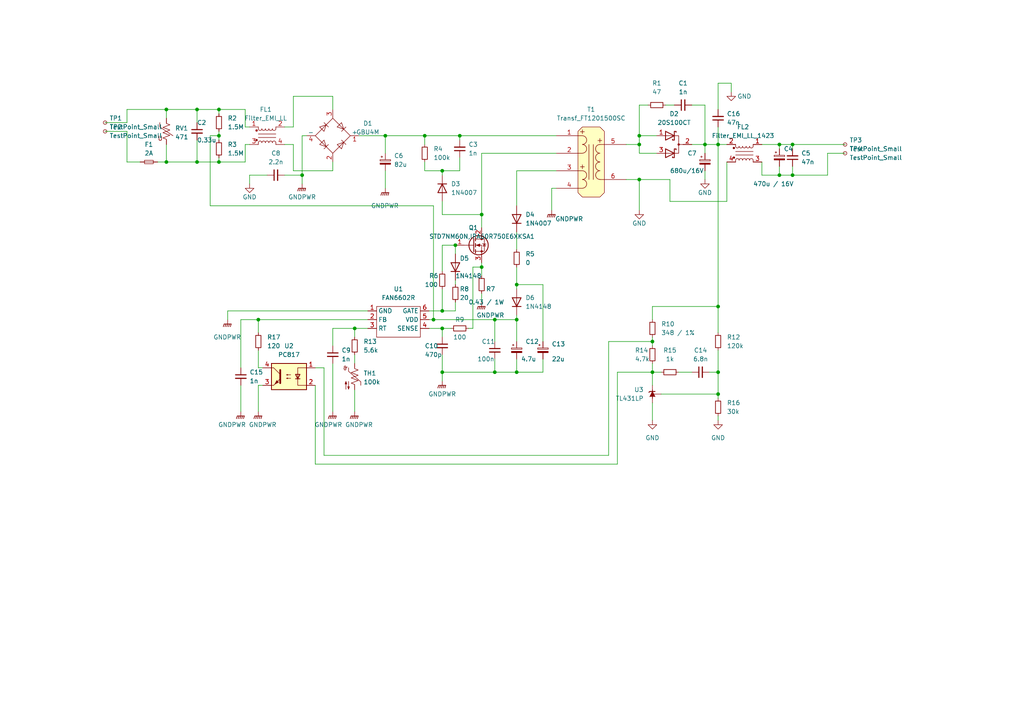
<source format=kicad_sch>
(kicad_sch (version 20211123) (generator eeschema)

  (uuid e63e39d7-6ac0-4ffd-8aa3-1841a4541b55)

  (paper "A4")

  (lib_symbols
    (symbol "Connector:TestPoint_Small" (pin_numbers hide) (pin_names (offset 0.762) hide) (in_bom yes) (on_board yes)
      (property "Reference" "TP" (id 0) (at 0 3.81 0)
        (effects (font (size 1.27 1.27)))
      )
      (property "Value" "TestPoint_Small" (id 1) (at 0 2.032 0)
        (effects (font (size 1.27 1.27)))
      )
      (property "Footprint" "" (id 2) (at 5.08 0 0)
        (effects (font (size 1.27 1.27)) hide)
      )
      (property "Datasheet" "~" (id 3) (at 5.08 0 0)
        (effects (font (size 1.27 1.27)) hide)
      )
      (property "ki_keywords" "test point tp" (id 4) (at 0 0 0)
        (effects (font (size 1.27 1.27)) hide)
      )
      (property "ki_description" "test point" (id 5) (at 0 0 0)
        (effects (font (size 1.27 1.27)) hide)
      )
      (property "ki_fp_filters" "Pin* Test*" (id 6) (at 0 0 0)
        (effects (font (size 1.27 1.27)) hide)
      )
      (symbol "TestPoint_Small_0_1"
        (circle (center 0 0) (radius 0.508)
          (stroke (width 0) (type default) (color 0 0 0 0))
          (fill (type none))
        )
      )
      (symbol "TestPoint_Small_1_1"
        (pin passive line (at 0 0 90) (length 0)
          (name "1" (effects (font (size 1.27 1.27))))
          (number "1" (effects (font (size 1.27 1.27))))
        )
      )
    )
    (symbol "Device:C_Polarized_Small" (pin_numbers hide) (pin_names (offset 0.254) hide) (in_bom yes) (on_board yes)
      (property "Reference" "C" (id 0) (at 0.254 1.778 0)
        (effects (font (size 1.27 1.27)) (justify left))
      )
      (property "Value" "C_Polarized_Small" (id 1) (at 0.254 -2.032 0)
        (effects (font (size 1.27 1.27)) (justify left))
      )
      (property "Footprint" "" (id 2) (at 0 0 0)
        (effects (font (size 1.27 1.27)) hide)
      )
      (property "Datasheet" "~" (id 3) (at 0 0 0)
        (effects (font (size 1.27 1.27)) hide)
      )
      (property "ki_keywords" "cap capacitor" (id 4) (at 0 0 0)
        (effects (font (size 1.27 1.27)) hide)
      )
      (property "ki_description" "Polarized capacitor, small symbol" (id 5) (at 0 0 0)
        (effects (font (size 1.27 1.27)) hide)
      )
      (property "ki_fp_filters" "CP_*" (id 6) (at 0 0 0)
        (effects (font (size 1.27 1.27)) hide)
      )
      (symbol "C_Polarized_Small_0_1"
        (rectangle (start -1.524 -0.3048) (end 1.524 -0.6858)
          (stroke (width 0) (type default) (color 0 0 0 0))
          (fill (type outline))
        )
        (rectangle (start -1.524 0.6858) (end 1.524 0.3048)
          (stroke (width 0) (type default) (color 0 0 0 0))
          (fill (type none))
        )
        (polyline
          (pts
            (xy -1.27 1.524)
            (xy -0.762 1.524)
          )
          (stroke (width 0) (type default) (color 0 0 0 0))
          (fill (type none))
        )
        (polyline
          (pts
            (xy -1.016 1.27)
            (xy -1.016 1.778)
          )
          (stroke (width 0) (type default) (color 0 0 0 0))
          (fill (type none))
        )
      )
      (symbol "C_Polarized_Small_1_1"
        (pin passive line (at 0 2.54 270) (length 1.8542)
          (name "~" (effects (font (size 1.27 1.27))))
          (number "1" (effects (font (size 1.27 1.27))))
        )
        (pin passive line (at 0 -2.54 90) (length 1.8542)
          (name "~" (effects (font (size 1.27 1.27))))
          (number "2" (effects (font (size 1.27 1.27))))
        )
      )
    )
    (symbol "Device:C_Small" (pin_numbers hide) (pin_names (offset 0.254) hide) (in_bom yes) (on_board yes)
      (property "Reference" "C" (id 0) (at 0.254 1.778 0)
        (effects (font (size 1.27 1.27)) (justify left))
      )
      (property "Value" "C_Small" (id 1) (at 0.254 -2.032 0)
        (effects (font (size 1.27 1.27)) (justify left))
      )
      (property "Footprint" "" (id 2) (at 0 0 0)
        (effects (font (size 1.27 1.27)) hide)
      )
      (property "Datasheet" "~" (id 3) (at 0 0 0)
        (effects (font (size 1.27 1.27)) hide)
      )
      (property "ki_keywords" "capacitor cap" (id 4) (at 0 0 0)
        (effects (font (size 1.27 1.27)) hide)
      )
      (property "ki_description" "Unpolarized capacitor, small symbol" (id 5) (at 0 0 0)
        (effects (font (size 1.27 1.27)) hide)
      )
      (property "ki_fp_filters" "C_*" (id 6) (at 0 0 0)
        (effects (font (size 1.27 1.27)) hide)
      )
      (symbol "C_Small_0_1"
        (polyline
          (pts
            (xy -1.524 -0.508)
            (xy 1.524 -0.508)
          )
          (stroke (width 0.3302) (type default) (color 0 0 0 0))
          (fill (type none))
        )
        (polyline
          (pts
            (xy -1.524 0.508)
            (xy 1.524 0.508)
          )
          (stroke (width 0.3048) (type default) (color 0 0 0 0))
          (fill (type none))
        )
      )
      (symbol "C_Small_1_1"
        (pin passive line (at 0 2.54 270) (length 2.032)
          (name "~" (effects (font (size 1.27 1.27))))
          (number "1" (effects (font (size 1.27 1.27))))
        )
        (pin passive line (at 0 -2.54 90) (length 2.032)
          (name "~" (effects (font (size 1.27 1.27))))
          (number "2" (effects (font (size 1.27 1.27))))
        )
      )
    )
    (symbol "Device:D_Schottky_Dual_CommonCathode_AKA_Parallel" (pin_names (offset 0.762) hide) (in_bom yes) (on_board yes)
      (property "Reference" "D" (id 0) (at 0 5.08 0)
        (effects (font (size 1.27 1.27)))
      )
      (property "Value" "D_Schottky_Dual_CommonCathode_AKA_Parallel" (id 1) (at 0 -5.08 0)
        (effects (font (size 1.27 1.27)))
      )
      (property "Footprint" "" (id 2) (at 1.27 0 0)
        (effects (font (size 1.27 1.27)) hide)
      )
      (property "Datasheet" "~" (id 3) (at 1.27 0 0)
        (effects (font (size 1.27 1.27)) hide)
      )
      (property "ki_keywords" "diode" (id 4) (at 0 0 0)
        (effects (font (size 1.27 1.27)) hide)
      )
      (property "ki_description" "Dual Schottky diode, common anode on pin 1" (id 5) (at 0 0 0)
        (effects (font (size 1.27 1.27)) hide)
      )
      (symbol "D_Schottky_Dual_CommonCathode_AKA_Parallel_0_1"
        (polyline
          (pts
            (xy 1.27 0)
            (xy 2.54 0)
          )
          (stroke (width 0) (type default) (color 0 0 0 0))
          (fill (type none))
        )
        (polyline
          (pts
            (xy -2.54 -2.54)
            (xy 1.27 -2.54)
            (xy 1.27 2.54)
            (xy -2.54 2.54)
          )
          (stroke (width 0) (type default) (color 0 0 0 0))
          (fill (type none))
        )
        (polyline
          (pts
            (xy -2.54 -1.27)
            (xy 0 -2.54)
            (xy -2.54 -3.81)
            (xy -2.54 -1.27)
            (xy -2.54 -1.27)
            (xy -2.54 -1.27)
          )
          (stroke (width 0.254) (type default) (color 0 0 0 0))
          (fill (type none))
        )
        (polyline
          (pts
            (xy -2.54 3.81)
            (xy 0 2.54)
            (xy -2.54 1.27)
            (xy -2.54 3.81)
            (xy -2.54 3.81)
            (xy -2.54 3.81)
          )
          (stroke (width 0.254) (type default) (color 0 0 0 0))
          (fill (type none))
        )
        (polyline
          (pts
            (xy 0.508 -1.524)
            (xy 0.508 -1.27)
            (xy 0 -1.27)
            (xy 0 -3.81)
            (xy -0.508 -3.81)
            (xy -0.508 -3.556)
          )
          (stroke (width 0.254) (type default) (color 0 0 0 0))
          (fill (type none))
        )
        (polyline
          (pts
            (xy 0.508 3.556)
            (xy 0.508 3.81)
            (xy 0 3.81)
            (xy 0 1.27)
            (xy -0.508 1.27)
            (xy -0.508 1.524)
          )
          (stroke (width 0.254) (type default) (color 0 0 0 0))
          (fill (type none))
        )
        (circle (center 1.27 0) (radius 0.254)
          (stroke (width 0) (type default) (color 0 0 0 0))
          (fill (type outline))
        )
        (pin passive line (at -5.08 2.54 0) (length 2.54)
          (name "K" (effects (font (size 1.27 1.27))))
          (number "1" (effects (font (size 1.27 1.27))))
        )
        (pin passive line (at 5.08 0 180) (length 2.54)
          (name "A" (effects (font (size 1.27 1.27))))
          (number "2" (effects (font (size 1.27 1.27))))
        )
        (pin passive line (at -5.08 -2.54 0) (length 2.54)
          (name "K" (effects (font (size 1.27 1.27))))
          (number "3" (effects (font (size 1.27 1.27))))
        )
      )
    )
    (symbol "Device:Filter_EMI_LL" (pin_names (offset 0.254) hide) (in_bom yes) (on_board yes)
      (property "Reference" "FL" (id 0) (at 0 4.445 0)
        (effects (font (size 1.27 1.27)))
      )
      (property "Value" "Filter_EMI_LL" (id 1) (at 0 -4.445 0)
        (effects (font (size 1.27 1.27)))
      )
      (property "Footprint" "" (id 2) (at 0 1.016 0)
        (effects (font (size 1.27 1.27)) hide)
      )
      (property "Datasheet" "~" (id 3) (at 0 1.016 0)
        (effects (font (size 1.27 1.27)) hide)
      )
      (property "ki_keywords" "EMI filter" (id 4) (at 0 0 0)
        (effects (font (size 1.27 1.27)) hide)
      )
      (property "ki_description" "EMI 2-inductor filter" (id 5) (at 0 0 0)
        (effects (font (size 1.27 1.27)) hide)
      )
      (property "ki_fp_filters" "L_* L_CommonMode*" (id 6) (at 0 0 0)
        (effects (font (size 1.27 1.27)) hide)
      )
      (symbol "Filter_EMI_LL_0_1"
        (circle (center -3.048 -1.27) (radius 0.254)
          (stroke (width 0) (type default) (color 0 0 0 0))
          (fill (type outline))
        )
        (circle (center -3.048 1.524) (radius 0.254)
          (stroke (width 0) (type default) (color 0 0 0 0))
          (fill (type outline))
        )
        (arc (start -2.54 2.032) (mid -2.032 1.524) (end -1.524 2.032)
          (stroke (width 0) (type default) (color 0 0 0 0))
          (fill (type none))
        )
        (arc (start -1.524 -2.032) (mid -2.032 -1.524) (end -2.54 -2.032)
          (stroke (width 0) (type default) (color 0 0 0 0))
          (fill (type none))
        )
        (arc (start -1.524 2.032) (mid -1.016 1.524) (end -0.508 2.032)
          (stroke (width 0) (type default) (color 0 0 0 0))
          (fill (type none))
        )
        (arc (start -0.508 -2.032) (mid -1.016 -1.524) (end -1.524 -2.032)
          (stroke (width 0) (type default) (color 0 0 0 0))
          (fill (type none))
        )
        (arc (start -0.508 2.032) (mid 0 1.524) (end 0.508 2.032)
          (stroke (width 0) (type default) (color 0 0 0 0))
          (fill (type none))
        )
        (polyline
          (pts
            (xy -2.54 -2.032)
            (xy -2.54 -2.54)
          )
          (stroke (width 0) (type default) (color 0 0 0 0))
          (fill (type none))
        )
        (polyline
          (pts
            (xy -2.54 0.508)
            (xy 2.54 0.508)
          )
          (stroke (width 0) (type default) (color 0 0 0 0))
          (fill (type none))
        )
        (polyline
          (pts
            (xy -2.54 2.032)
            (xy -2.54 2.54)
          )
          (stroke (width 0) (type default) (color 0 0 0 0))
          (fill (type none))
        )
        (polyline
          (pts
            (xy 2.54 -2.032)
            (xy 2.54 -2.54)
          )
          (stroke (width 0) (type default) (color 0 0 0 0))
          (fill (type none))
        )
        (polyline
          (pts
            (xy 2.54 -0.508)
            (xy -2.54 -0.508)
          )
          (stroke (width 0) (type default) (color 0 0 0 0))
          (fill (type none))
        )
        (polyline
          (pts
            (xy 2.54 2.54)
            (xy 2.54 2.032)
          )
          (stroke (width 0) (type default) (color 0 0 0 0))
          (fill (type none))
        )
        (arc (start 0.508 -2.032) (mid 0 -1.524) (end -0.508 -2.032)
          (stroke (width 0) (type default) (color 0 0 0 0))
          (fill (type none))
        )
        (arc (start 0.508 2.032) (mid 1.016 1.524) (end 1.524 2.032)
          (stroke (width 0) (type default) (color 0 0 0 0))
          (fill (type none))
        )
        (arc (start 1.524 -2.032) (mid 1.016 -1.524) (end 0.508 -2.032)
          (stroke (width 0) (type default) (color 0 0 0 0))
          (fill (type none))
        )
        (arc (start 1.524 2.032) (mid 2.032 1.524) (end 2.54 2.032)
          (stroke (width 0) (type default) (color 0 0 0 0))
          (fill (type none))
        )
        (arc (start 2.54 -2.032) (mid 2.032 -1.524) (end 1.524 -2.032)
          (stroke (width 0) (type default) (color 0 0 0 0))
          (fill (type none))
        )
      )
      (symbol "Filter_EMI_LL_1_1"
        (pin passive line (at -5.08 2.54 0) (length 2.54)
          (name "1" (effects (font (size 1.27 1.27))))
          (number "1" (effects (font (size 1.27 1.27))))
        )
        (pin passive line (at 5.08 2.54 180) (length 2.54)
          (name "2" (effects (font (size 1.27 1.27))))
          (number "2" (effects (font (size 1.27 1.27))))
        )
        (pin passive line (at -5.08 -2.54 0) (length 2.54)
          (name "3" (effects (font (size 1.27 1.27))))
          (number "3" (effects (font (size 1.27 1.27))))
        )
        (pin passive line (at 5.08 -2.54 180) (length 2.54)
          (name "4" (effects (font (size 1.27 1.27))))
          (number "4" (effects (font (size 1.27 1.27))))
        )
      )
    )
    (symbol "Device:Filter_EMI_LL_1423" (pin_names hide) (in_bom yes) (on_board yes)
      (property "Reference" "FL2" (id 0) (at -0.381 7.62 0)
        (effects (font (size 1.27 1.27)))
      )
      (property "Value" "Filter_EMI_LL_1423" (id 1) (at -0.381 5.08 0)
        (effects (font (size 1.27 1.27)))
      )
      (property "Footprint" "Induktor_cewki:Filtr_EMI_toroid" (id 2) (at 0 -6.35 0)
        (effects (font (size 1.27 1.27)) hide)
      )
      (property "Datasheet" "~" (id 3) (at 0 1.016 90)
        (effects (font (size 1.27 1.27)) hide)
      )
      (property "ki_keywords" "EMI filter common-mode choke" (id 4) (at 0 0 0)
        (effects (font (size 1.27 1.27)) hide)
      )
      (property "ki_description" "EMI 2-inductor filter, pin-connections 1-4 and 2-3" (id 5) (at 0 0 0)
        (effects (font (size 1.27 1.27)) hide)
      )
      (property "ki_fp_filters" "Bourns*SRF0905*" (id 6) (at 0 0 0)
        (effects (font (size 1.27 1.27)) hide)
      )
      (symbol "Filter_EMI_LL_1423_0_1"
        (circle (center -3.048 -1.27) (radius 0.254)
          (stroke (width 0) (type default) (color 0 0 0 0))
          (fill (type outline))
        )
        (circle (center -3.048 1.524) (radius 0.254)
          (stroke (width 0) (type default) (color 0 0 0 0))
          (fill (type outline))
        )
        (arc (start -2.54 2.032) (mid -2.032 1.524) (end -1.524 2.032)
          (stroke (width 0) (type default) (color 0 0 0 0))
          (fill (type none))
        )
        (arc (start -1.524 -2.032) (mid -2.032 -1.524) (end -2.54 -2.032)
          (stroke (width 0) (type default) (color 0 0 0 0))
          (fill (type none))
        )
        (arc (start -1.524 2.032) (mid -1.016 1.524) (end -0.508 2.032)
          (stroke (width 0) (type default) (color 0 0 0 0))
          (fill (type none))
        )
        (arc (start -0.508 -2.032) (mid -1.016 -1.524) (end -1.524 -2.032)
          (stroke (width 0) (type default) (color 0 0 0 0))
          (fill (type none))
        )
        (arc (start -0.508 2.032) (mid 0 1.524) (end 0.508 2.032)
          (stroke (width 0) (type default) (color 0 0 0 0))
          (fill (type none))
        )
        (polyline
          (pts
            (xy -2.54 -2.032)
            (xy -2.54 -2.54)
          )
          (stroke (width 0) (type default) (color 0 0 0 0))
          (fill (type none))
        )
        (polyline
          (pts
            (xy -2.54 0.508)
            (xy 2.54 0.508)
          )
          (stroke (width 0) (type default) (color 0 0 0 0))
          (fill (type none))
        )
        (polyline
          (pts
            (xy -2.54 2.032)
            (xy -2.54 2.54)
          )
          (stroke (width 0) (type default) (color 0 0 0 0))
          (fill (type none))
        )
        (polyline
          (pts
            (xy 2.54 -2.032)
            (xy 2.54 -2.54)
          )
          (stroke (width 0) (type default) (color 0 0 0 0))
          (fill (type none))
        )
        (polyline
          (pts
            (xy 2.54 -0.508)
            (xy -2.54 -0.508)
          )
          (stroke (width 0) (type default) (color 0 0 0 0))
          (fill (type none))
        )
        (polyline
          (pts
            (xy 2.54 2.54)
            (xy 2.54 2.032)
          )
          (stroke (width 0) (type default) (color 0 0 0 0))
          (fill (type none))
        )
        (arc (start 0.508 -2.032) (mid 0 -1.524) (end -0.508 -2.032)
          (stroke (width 0) (type default) (color 0 0 0 0))
          (fill (type none))
        )
        (arc (start 0.508 2.032) (mid 1.016 1.524) (end 1.524 2.032)
          (stroke (width 0) (type default) (color 0 0 0 0))
          (fill (type none))
        )
        (arc (start 1.524 -2.032) (mid 1.016 -1.524) (end 0.508 -2.032)
          (stroke (width 0) (type default) (color 0 0 0 0))
          (fill (type none))
        )
        (arc (start 1.524 2.032) (mid 2.032 1.524) (end 2.54 2.032)
          (stroke (width 0) (type default) (color 0 0 0 0))
          (fill (type none))
        )
        (arc (start 2.54 -2.032) (mid 2.032 -1.524) (end 1.524 -2.032)
          (stroke (width 0) (type default) (color 0 0 0 0))
          (fill (type none))
        )
      )
      (symbol "Filter_EMI_LL_1423_1_1"
        (pin passive line (at 5.08 2.54 180) (length 2.54)
          (name "1" (effects (font (size 1.27 1.27))))
          (number "1" (effects (font (size 1.27 1.27))))
        )
        (pin passive line (at -5.08 2.54 0) (length 2.54)
          (name "2" (effects (font (size 1.27 1.27))))
          (number "2" (effects (font (size 1.27 1.27))))
        )
        (pin passive line (at 5.08 -2.54 180) (length 2.54)
          (name "3" (effects (font (size 1.27 1.27))))
          (number "3" (effects (font (size 1.27 1.27))))
        )
        (pin passive line (at -5.08 -2.54 0) (length 2.54)
          (name "4" (effects (font (size 1.27 1.27))))
          (number "4" (effects (font (size 1.27 1.27))))
        )
      )
    )
    (symbol "Device:Fuse_Small" (pin_numbers hide) (pin_names (offset 0.254) hide) (in_bom yes) (on_board yes)
      (property "Reference" "F" (id 0) (at 0 -1.524 0)
        (effects (font (size 1.27 1.27)))
      )
      (property "Value" "Fuse_Small" (id 1) (at 0 1.524 0)
        (effects (font (size 1.27 1.27)))
      )
      (property "Footprint" "" (id 2) (at 0 0 0)
        (effects (font (size 1.27 1.27)) hide)
      )
      (property "Datasheet" "~" (id 3) (at 0 0 0)
        (effects (font (size 1.27 1.27)) hide)
      )
      (property "ki_keywords" "fuse" (id 4) (at 0 0 0)
        (effects (font (size 1.27 1.27)) hide)
      )
      (property "ki_description" "Fuse, small symbol" (id 5) (at 0 0 0)
        (effects (font (size 1.27 1.27)) hide)
      )
      (property "ki_fp_filters" "SM*" (id 6) (at 0 0 0)
        (effects (font (size 1.27 1.27)) hide)
      )
      (symbol "Fuse_Small_0_1"
        (rectangle (start -1.27 0.508) (end 1.27 -0.508)
          (stroke (width 0) (type default) (color 0 0 0 0))
          (fill (type none))
        )
        (polyline
          (pts
            (xy -1.27 0)
            (xy 1.27 0)
          )
          (stroke (width 0) (type default) (color 0 0 0 0))
          (fill (type none))
        )
      )
      (symbol "Fuse_Small_1_1"
        (pin passive line (at -2.54 0 0) (length 1.27)
          (name "~" (effects (font (size 1.27 1.27))))
          (number "1" (effects (font (size 1.27 1.27))))
        )
        (pin passive line (at 2.54 0 180) (length 1.27)
          (name "~" (effects (font (size 1.27 1.27))))
          (number "2" (effects (font (size 1.27 1.27))))
        )
      )
    )
    (symbol "Device:Q_NMOS_GDS" (pin_names (offset 0) hide) (in_bom yes) (on_board yes)
      (property "Reference" "Q" (id 0) (at 5.08 1.27 0)
        (effects (font (size 1.27 1.27)) (justify left))
      )
      (property "Value" "Q_NMOS_GDS" (id 1) (at 5.08 -1.27 0)
        (effects (font (size 1.27 1.27)) (justify left))
      )
      (property "Footprint" "" (id 2) (at 5.08 2.54 0)
        (effects (font (size 1.27 1.27)) hide)
      )
      (property "Datasheet" "~" (id 3) (at 0 0 0)
        (effects (font (size 1.27 1.27)) hide)
      )
      (property "ki_keywords" "transistor NMOS N-MOS N-MOSFET" (id 4) (at 0 0 0)
        (effects (font (size 1.27 1.27)) hide)
      )
      (property "ki_description" "N-MOSFET transistor, gate/drain/source" (id 5) (at 0 0 0)
        (effects (font (size 1.27 1.27)) hide)
      )
      (symbol "Q_NMOS_GDS_0_1"
        (polyline
          (pts
            (xy 0.254 0)
            (xy -2.54 0)
          )
          (stroke (width 0) (type default) (color 0 0 0 0))
          (fill (type none))
        )
        (polyline
          (pts
            (xy 0.254 1.905)
            (xy 0.254 -1.905)
          )
          (stroke (width 0.254) (type default) (color 0 0 0 0))
          (fill (type none))
        )
        (polyline
          (pts
            (xy 0.762 -1.27)
            (xy 0.762 -2.286)
          )
          (stroke (width 0.254) (type default) (color 0 0 0 0))
          (fill (type none))
        )
        (polyline
          (pts
            (xy 0.762 0.508)
            (xy 0.762 -0.508)
          )
          (stroke (width 0.254) (type default) (color 0 0 0 0))
          (fill (type none))
        )
        (polyline
          (pts
            (xy 0.762 2.286)
            (xy 0.762 1.27)
          )
          (stroke (width 0.254) (type default) (color 0 0 0 0))
          (fill (type none))
        )
        (polyline
          (pts
            (xy 2.54 2.54)
            (xy 2.54 1.778)
          )
          (stroke (width 0) (type default) (color 0 0 0 0))
          (fill (type none))
        )
        (polyline
          (pts
            (xy 2.54 -2.54)
            (xy 2.54 0)
            (xy 0.762 0)
          )
          (stroke (width 0) (type default) (color 0 0 0 0))
          (fill (type none))
        )
        (polyline
          (pts
            (xy 0.762 -1.778)
            (xy 3.302 -1.778)
            (xy 3.302 1.778)
            (xy 0.762 1.778)
          )
          (stroke (width 0) (type default) (color 0 0 0 0))
          (fill (type none))
        )
        (polyline
          (pts
            (xy 1.016 0)
            (xy 2.032 0.381)
            (xy 2.032 -0.381)
            (xy 1.016 0)
          )
          (stroke (width 0) (type default) (color 0 0 0 0))
          (fill (type outline))
        )
        (polyline
          (pts
            (xy 2.794 0.508)
            (xy 2.921 0.381)
            (xy 3.683 0.381)
            (xy 3.81 0.254)
          )
          (stroke (width 0) (type default) (color 0 0 0 0))
          (fill (type none))
        )
        (polyline
          (pts
            (xy 3.302 0.381)
            (xy 2.921 -0.254)
            (xy 3.683 -0.254)
            (xy 3.302 0.381)
          )
          (stroke (width 0) (type default) (color 0 0 0 0))
          (fill (type none))
        )
        (circle (center 1.651 0) (radius 2.794)
          (stroke (width 0.254) (type default) (color 0 0 0 0))
          (fill (type none))
        )
        (circle (center 2.54 -1.778) (radius 0.254)
          (stroke (width 0) (type default) (color 0 0 0 0))
          (fill (type outline))
        )
        (circle (center 2.54 1.778) (radius 0.254)
          (stroke (width 0) (type default) (color 0 0 0 0))
          (fill (type outline))
        )
      )
      (symbol "Q_NMOS_GDS_1_1"
        (pin input line (at -5.08 0 0) (length 2.54)
          (name "G" (effects (font (size 1.27 1.27))))
          (number "1" (effects (font (size 1.27 1.27))))
        )
        (pin passive line (at 2.54 5.08 270) (length 2.54)
          (name "D" (effects (font (size 1.27 1.27))))
          (number "2" (effects (font (size 1.27 1.27))))
        )
        (pin passive line (at 2.54 -5.08 90) (length 2.54)
          (name "S" (effects (font (size 1.27 1.27))))
          (number "3" (effects (font (size 1.27 1.27))))
        )
      )
    )
    (symbol "Device:R_Small" (pin_numbers hide) (pin_names (offset 0.254) hide) (in_bom yes) (on_board yes)
      (property "Reference" "R" (id 0) (at 0.762 0.508 0)
        (effects (font (size 1.27 1.27)) (justify left))
      )
      (property "Value" "R_Small" (id 1) (at 0.762 -1.016 0)
        (effects (font (size 1.27 1.27)) (justify left))
      )
      (property "Footprint" "" (id 2) (at 0 0 0)
        (effects (font (size 1.27 1.27)) hide)
      )
      (property "Datasheet" "~" (id 3) (at 0 0 0)
        (effects (font (size 1.27 1.27)) hide)
      )
      (property "ki_keywords" "R resistor" (id 4) (at 0 0 0)
        (effects (font (size 1.27 1.27)) hide)
      )
      (property "ki_description" "Resistor, small symbol" (id 5) (at 0 0 0)
        (effects (font (size 1.27 1.27)) hide)
      )
      (property "ki_fp_filters" "R_*" (id 6) (at 0 0 0)
        (effects (font (size 1.27 1.27)) hide)
      )
      (symbol "R_Small_0_1"
        (rectangle (start -0.762 1.778) (end 0.762 -1.778)
          (stroke (width 0.2032) (type default) (color 0 0 0 0))
          (fill (type none))
        )
      )
      (symbol "R_Small_1_1"
        (pin passive line (at 0 2.54 270) (length 0.762)
          (name "~" (effects (font (size 1.27 1.27))))
          (number "1" (effects (font (size 1.27 1.27))))
        )
        (pin passive line (at 0 -2.54 90) (length 0.762)
          (name "~" (effects (font (size 1.27 1.27))))
          (number "2" (effects (font (size 1.27 1.27))))
        )
      )
    )
    (symbol "Device:Thermistor_NTC_US" (pin_numbers hide) (pin_names (offset 0)) (in_bom yes) (on_board yes)
      (property "Reference" "TH" (id 0) (at -4.445 0 90)
        (effects (font (size 1.27 1.27)))
      )
      (property "Value" "Thermistor_NTC_US" (id 1) (at 3.175 0 90)
        (effects (font (size 1.27 1.27)))
      )
      (property "Footprint" "" (id 2) (at 0 1.27 0)
        (effects (font (size 1.27 1.27)) hide)
      )
      (property "Datasheet" "~" (id 3) (at 0 1.27 0)
        (effects (font (size 1.27 1.27)) hide)
      )
      (property "ki_keywords" "thermistor NTC resistor sensor RTD" (id 4) (at 0 0 0)
        (effects (font (size 1.27 1.27)) hide)
      )
      (property "ki_description" "Temperature dependent resistor, negative temperature coefficient, US symbol" (id 5) (at 0 0 0)
        (effects (font (size 1.27 1.27)) hide)
      )
      (property "ki_fp_filters" "*NTC* *Thermistor* PIN?ARRAY* bornier* *Terminal?Block* R_*" (id 6) (at 0 0 0)
        (effects (font (size 1.27 1.27)) hide)
      )
      (symbol "Thermistor_NTC_US_0_1"
        (arc (start -3.048 2.159) (mid -3.0505 2.3165) (end -3.175 2.413)
          (stroke (width 0) (type default) (color 0 0 0 0))
          (fill (type none))
        )
        (arc (start -3.048 2.159) (mid -2.9736 1.9794) (end -2.794 1.905)
          (stroke (width 0) (type default) (color 0 0 0 0))
          (fill (type none))
        )
        (arc (start -3.048 2.794) (mid -2.9736 2.6144) (end -2.794 2.54)
          (stroke (width 0) (type default) (color 0 0 0 0))
          (fill (type none))
        )
        (arc (start -2.794 1.905) (mid -2.6144 1.9794) (end -2.54 2.159)
          (stroke (width 0) (type default) (color 0 0 0 0))
          (fill (type none))
        )
        (arc (start -2.794 2.54) (mid -2.434 2.5608) (end -2.159 2.794)
          (stroke (width 0) (type default) (color 0 0 0 0))
          (fill (type none))
        )
        (arc (start -2.794 3.048) (mid -2.9736 2.9736) (end -3.048 2.794)
          (stroke (width 0) (type default) (color 0 0 0 0))
          (fill (type none))
        )
        (arc (start -2.54 2.794) (mid -2.6144 2.9736) (end -2.794 3.048)
          (stroke (width 0) (type default) (color 0 0 0 0))
          (fill (type none))
        )
        (polyline
          (pts
            (xy -2.54 2.159)
            (xy -2.54 2.794)
          )
          (stroke (width 0) (type default) (color 0 0 0 0))
          (fill (type none))
        )
        (polyline
          (pts
            (xy 0 -2.286)
            (xy 0 -2.54)
          )
          (stroke (width 0) (type default) (color 0 0 0 0))
          (fill (type none))
        )
        (polyline
          (pts
            (xy 0 2.286)
            (xy 0 2.54)
          )
          (stroke (width 0) (type default) (color 0 0 0 0))
          (fill (type none))
        )
        (polyline
          (pts
            (xy -1.778 2.54)
            (xy -1.778 1.524)
            (xy 1.778 -1.524)
            (xy 1.778 -2.54)
          )
          (stroke (width 0) (type default) (color 0 0 0 0))
          (fill (type none))
        )
        (polyline
          (pts
            (xy 0 -0.762)
            (xy 1.016 -1.143)
            (xy 0 -1.524)
            (xy -1.016 -1.905)
            (xy 0 -2.286)
          )
          (stroke (width 0) (type default) (color 0 0 0 0))
          (fill (type none))
        )
        (polyline
          (pts
            (xy 0 0.762)
            (xy 1.016 0.381)
            (xy 0 0)
            (xy -1.016 -0.381)
            (xy 0 -0.762)
          )
          (stroke (width 0) (type default) (color 0 0 0 0))
          (fill (type none))
        )
        (polyline
          (pts
            (xy 0 2.286)
            (xy 1.016 1.905)
            (xy 0 1.524)
            (xy -1.016 1.143)
            (xy 0 0.762)
          )
          (stroke (width 0) (type default) (color 0 0 0 0))
          (fill (type none))
        )
        (polyline
          (pts
            (xy -2.54 -3.683)
            (xy -2.54 -1.397)
            (xy -2.794 -2.159)
            (xy -2.286 -2.159)
            (xy -2.54 -1.397)
            (xy -2.54 -1.651)
          )
          (stroke (width 0) (type default) (color 0 0 0 0))
          (fill (type outline))
        )
        (polyline
          (pts
            (xy -1.778 -1.397)
            (xy -1.778 -3.683)
            (xy -2.032 -2.921)
            (xy -1.524 -2.921)
            (xy -1.778 -3.683)
            (xy -1.778 -3.429)
          )
          (stroke (width 0) (type default) (color 0 0 0 0))
          (fill (type outline))
        )
      )
      (symbol "Thermistor_NTC_US_1_1"
        (pin passive line (at 0 3.81 270) (length 1.27)
          (name "~" (effects (font (size 1.27 1.27))))
          (number "1" (effects (font (size 1.27 1.27))))
        )
        (pin passive line (at 0 -3.81 90) (length 1.27)
          (name "~" (effects (font (size 1.27 1.27))))
          (number "2" (effects (font (size 1.27 1.27))))
        )
      )
    )
    (symbol "Device:Varistor_US" (pin_numbers hide) (pin_names (offset 0)) (in_bom yes) (on_board yes)
      (property "Reference" "RV" (id 0) (at 3.175 0 90)
        (effects (font (size 1.27 1.27)))
      )
      (property "Value" "Varistor_US" (id 1) (at -3.175 0 90)
        (effects (font (size 1.27 1.27)))
      )
      (property "Footprint" "" (id 2) (at -1.778 0 90)
        (effects (font (size 1.27 1.27)) hide)
      )
      (property "Datasheet" "~" (id 3) (at 0 0 0)
        (effects (font (size 1.27 1.27)) hide)
      )
      (property "ki_keywords" "VDR resistance" (id 4) (at 0 0 0)
        (effects (font (size 1.27 1.27)) hide)
      )
      (property "ki_description" "Voltage dependent resistor, US symbol" (id 5) (at 0 0 0)
        (effects (font (size 1.27 1.27)) hide)
      )
      (property "ki_fp_filters" "RV_* Varistor*" (id 6) (at 0 0 0)
        (effects (font (size 1.27 1.27)) hide)
      )
      (symbol "Varistor_US_0_0"
        (text "U" (at -1.778 -2.032 0)
          (effects (font (size 1.27 1.27)))
        )
      )
      (symbol "Varistor_US_0_1"
        (polyline
          (pts
            (xy 0 -2.286)
            (xy 0 -2.54)
          )
          (stroke (width 0) (type default) (color 0 0 0 0))
          (fill (type none))
        )
        (polyline
          (pts
            (xy 0 2.286)
            (xy 0 2.54)
          )
          (stroke (width 0) (type default) (color 0 0 0 0))
          (fill (type none))
        )
        (polyline
          (pts
            (xy -1.905 2.54)
            (xy -1.905 1.27)
            (xy 1.905 -1.27)
          )
          (stroke (width 0) (type default) (color 0 0 0 0))
          (fill (type none))
        )
        (polyline
          (pts
            (xy 0 -0.762)
            (xy 1.016 -1.143)
            (xy 0 -1.524)
            (xy -1.016 -1.905)
            (xy 0 -2.286)
          )
          (stroke (width 0) (type default) (color 0 0 0 0))
          (fill (type none))
        )
        (polyline
          (pts
            (xy 0 0.762)
            (xy 1.016 0.381)
            (xy 0 0)
            (xy -1.016 -0.381)
            (xy 0 -0.762)
          )
          (stroke (width 0) (type default) (color 0 0 0 0))
          (fill (type none))
        )
        (polyline
          (pts
            (xy 0 2.286)
            (xy 1.016 1.905)
            (xy 0 1.524)
            (xy -1.016 1.143)
            (xy 0 0.762)
          )
          (stroke (width 0) (type default) (color 0 0 0 0))
          (fill (type none))
        )
      )
      (symbol "Varistor_US_1_1"
        (pin passive line (at 0 3.81 270) (length 1.27)
          (name "~" (effects (font (size 1.27 1.27))))
          (number "1" (effects (font (size 1.27 1.27))))
        )
        (pin passive line (at 0 -3.81 90) (length 1.27)
          (name "~" (effects (font (size 1.27 1.27))))
          (number "2" (effects (font (size 1.27 1.27))))
        )
      )
    )
    (symbol "Diode:1N4007" (pin_numbers hide) (pin_names (offset 1.016) hide) (in_bom yes) (on_board yes)
      (property "Reference" "D" (id 0) (at 0 2.54 0)
        (effects (font (size 1.27 1.27)))
      )
      (property "Value" "1N4007" (id 1) (at 0 -2.54 0)
        (effects (font (size 1.27 1.27)))
      )
      (property "Footprint" "Diode_THT:D_DO-41_SOD81_P10.16mm_Horizontal" (id 2) (at 0 -4.445 0)
        (effects (font (size 1.27 1.27)) hide)
      )
      (property "Datasheet" "http://www.vishay.com/docs/88503/1n4001.pdf" (id 3) (at 0 0 0)
        (effects (font (size 1.27 1.27)) hide)
      )
      (property "ki_keywords" "diode" (id 4) (at 0 0 0)
        (effects (font (size 1.27 1.27)) hide)
      )
      (property "ki_description" "1000V 1A General Purpose Rectifier Diode, DO-41" (id 5) (at 0 0 0)
        (effects (font (size 1.27 1.27)) hide)
      )
      (property "ki_fp_filters" "D*DO?41*" (id 6) (at 0 0 0)
        (effects (font (size 1.27 1.27)) hide)
      )
      (symbol "1N4007_0_1"
        (polyline
          (pts
            (xy -1.27 1.27)
            (xy -1.27 -1.27)
          )
          (stroke (width 0.254) (type default) (color 0 0 0 0))
          (fill (type none))
        )
        (polyline
          (pts
            (xy 1.27 0)
            (xy -1.27 0)
          )
          (stroke (width 0) (type default) (color 0 0 0 0))
          (fill (type none))
        )
        (polyline
          (pts
            (xy 1.27 1.27)
            (xy 1.27 -1.27)
            (xy -1.27 0)
            (xy 1.27 1.27)
          )
          (stroke (width 0.254) (type default) (color 0 0 0 0))
          (fill (type none))
        )
      )
      (symbol "1N4007_1_1"
        (pin passive line (at -3.81 0 0) (length 2.54)
          (name "K" (effects (font (size 1.27 1.27))))
          (number "1" (effects (font (size 1.27 1.27))))
        )
        (pin passive line (at 3.81 0 180) (length 2.54)
          (name "A" (effects (font (size 1.27 1.27))))
          (number "2" (effects (font (size 1.27 1.27))))
        )
      )
    )
    (symbol "Diode:1N4148" (pin_numbers hide) (pin_names (offset 1.016) hide) (in_bom yes) (on_board yes)
      (property "Reference" "D" (id 0) (at 0 2.54 0)
        (effects (font (size 1.27 1.27)))
      )
      (property "Value" "1N4148" (id 1) (at 0 -2.54 0)
        (effects (font (size 1.27 1.27)))
      )
      (property "Footprint" "Diode_THT:D_DO-35_SOD27_P7.62mm_Horizontal" (id 2) (at 0 -4.445 0)
        (effects (font (size 1.27 1.27)) hide)
      )
      (property "Datasheet" "https://assets.nexperia.com/documents/data-sheet/1N4148_1N4448.pdf" (id 3) (at 0 0 0)
        (effects (font (size 1.27 1.27)) hide)
      )
      (property "ki_keywords" "diode" (id 4) (at 0 0 0)
        (effects (font (size 1.27 1.27)) hide)
      )
      (property "ki_description" "100V 0.15A standard switching diode, DO-35" (id 5) (at 0 0 0)
        (effects (font (size 1.27 1.27)) hide)
      )
      (property "ki_fp_filters" "D*DO?35*" (id 6) (at 0 0 0)
        (effects (font (size 1.27 1.27)) hide)
      )
      (symbol "1N4148_0_1"
        (polyline
          (pts
            (xy -1.27 1.27)
            (xy -1.27 -1.27)
          )
          (stroke (width 0.254) (type default) (color 0 0 0 0))
          (fill (type none))
        )
        (polyline
          (pts
            (xy 1.27 0)
            (xy -1.27 0)
          )
          (stroke (width 0) (type default) (color 0 0 0 0))
          (fill (type none))
        )
        (polyline
          (pts
            (xy 1.27 1.27)
            (xy 1.27 -1.27)
            (xy -1.27 0)
            (xy 1.27 1.27)
          )
          (stroke (width 0.254) (type default) (color 0 0 0 0))
          (fill (type none))
        )
      )
      (symbol "1N4148_1_1"
        (pin passive line (at -3.81 0 0) (length 2.54)
          (name "K" (effects (font (size 1.27 1.27))))
          (number "1" (effects (font (size 1.27 1.27))))
        )
        (pin passive line (at 3.81 0 180) (length 2.54)
          (name "A" (effects (font (size 1.27 1.27))))
          (number "2" (effects (font (size 1.27 1.27))))
        )
      )
    )
    (symbol "Diode_Bridge:GBU4M" (pin_names (offset 0)) (in_bom yes) (on_board yes)
      (property "Reference" "D" (id 0) (at 2.54 6.985 0)
        (effects (font (size 1.27 1.27)) (justify left))
      )
      (property "Value" "GBU4M" (id 1) (at 2.54 5.08 0)
        (effects (font (size 1.27 1.27)) (justify left))
      )
      (property "Footprint" "Diode_THT:Diode_Bridge_Vishay_GBU" (id 2) (at 3.81 3.175 0)
        (effects (font (size 1.27 1.27)) (justify left) hide)
      )
      (property "Datasheet" "http://www.vishay.com/docs/88656/gbu4a.pdf" (id 3) (at 0 0 0)
        (effects (font (size 1.27 1.27)) hide)
      )
      (property "ki_keywords" "rectifier acdc" (id 4) (at 0 0 0)
        (effects (font (size 1.27 1.27)) hide)
      )
      (property "ki_description" "Single-Phase Bridge Rectifier, 700V Vrms, 4.0A If, GBU package" (id 5) (at 0 0 0)
        (effects (font (size 1.27 1.27)) hide)
      )
      (property "ki_fp_filters" "Diode*Bridge*Vishay*GBU*" (id 6) (at 0 0 0)
        (effects (font (size 1.27 1.27)) hide)
      )
      (symbol "GBU4M_0_1"
        (polyline
          (pts
            (xy -2.54 3.81)
            (xy -1.27 2.54)
          )
          (stroke (width 0) (type default) (color 0 0 0 0))
          (fill (type none))
        )
        (polyline
          (pts
            (xy -1.27 -2.54)
            (xy -2.54 -3.81)
          )
          (stroke (width 0) (type default) (color 0 0 0 0))
          (fill (type none))
        )
        (polyline
          (pts
            (xy 2.54 -1.27)
            (xy 3.81 -2.54)
          )
          (stroke (width 0) (type default) (color 0 0 0 0))
          (fill (type none))
        )
        (polyline
          (pts
            (xy 2.54 1.27)
            (xy 3.81 2.54)
          )
          (stroke (width 0) (type default) (color 0 0 0 0))
          (fill (type none))
        )
        (polyline
          (pts
            (xy -3.81 2.54)
            (xy -2.54 1.27)
            (xy -1.905 3.175)
            (xy -3.81 2.54)
          )
          (stroke (width 0) (type default) (color 0 0 0 0))
          (fill (type none))
        )
        (polyline
          (pts
            (xy -2.54 -1.27)
            (xy -3.81 -2.54)
            (xy -1.905 -3.175)
            (xy -2.54 -1.27)
          )
          (stroke (width 0) (type default) (color 0 0 0 0))
          (fill (type none))
        )
        (polyline
          (pts
            (xy 1.27 2.54)
            (xy 2.54 3.81)
            (xy 3.175 1.905)
            (xy 1.27 2.54)
          )
          (stroke (width 0) (type default) (color 0 0 0 0))
          (fill (type none))
        )
        (polyline
          (pts
            (xy 3.175 -1.905)
            (xy 1.27 -2.54)
            (xy 2.54 -3.81)
            (xy 3.175 -1.905)
          )
          (stroke (width 0) (type default) (color 0 0 0 0))
          (fill (type none))
        )
        (polyline
          (pts
            (xy -5.08 0)
            (xy 0 -5.08)
            (xy 5.08 0)
            (xy 0 5.08)
            (xy -5.08 0)
          )
          (stroke (width 0) (type default) (color 0 0 0 0))
          (fill (type none))
        )
      )
      (symbol "GBU4M_1_1"
        (pin passive line (at 7.62 0 180) (length 2.54)
          (name "+" (effects (font (size 1.27 1.27))))
          (number "1" (effects (font (size 1.27 1.27))))
        )
        (pin passive line (at 0 -7.62 90) (length 2.54)
          (name "~" (effects (font (size 1.27 1.27))))
          (number "2" (effects (font (size 1.27 1.27))))
        )
        (pin passive line (at 0 7.62 270) (length 2.54)
          (name "~" (effects (font (size 1.27 1.27))))
          (number "3" (effects (font (size 1.27 1.27))))
        )
        (pin passive line (at -7.62 0 0) (length 2.54)
          (name "-" (effects (font (size 1.27 1.27))))
          (number "4" (effects (font (size 1.27 1.27))))
        )
      )
    )
    (symbol "Isolator:PC817" (pin_names (offset 1.016)) (in_bom yes) (on_board yes)
      (property "Reference" "U" (id 0) (at -5.08 5.08 0)
        (effects (font (size 1.27 1.27)) (justify left))
      )
      (property "Value" "PC817" (id 1) (at 0 5.08 0)
        (effects (font (size 1.27 1.27)) (justify left))
      )
      (property "Footprint" "Package_DIP:DIP-4_W7.62mm" (id 2) (at -5.08 -5.08 0)
        (effects (font (size 1.27 1.27) italic) (justify left) hide)
      )
      (property "Datasheet" "http://www.soselectronic.cz/a_info/resource/d/pc817.pdf" (id 3) (at 0 0 0)
        (effects (font (size 1.27 1.27)) (justify left) hide)
      )
      (property "ki_keywords" "NPN DC Optocoupler" (id 4) (at 0 0 0)
        (effects (font (size 1.27 1.27)) hide)
      )
      (property "ki_description" "DC Optocoupler, Vce 35V, CTR 50-300%, DIP-4" (id 5) (at 0 0 0)
        (effects (font (size 1.27 1.27)) hide)
      )
      (property "ki_fp_filters" "DIP*W7.62mm*" (id 6) (at 0 0 0)
        (effects (font (size 1.27 1.27)) hide)
      )
      (symbol "PC817_0_1"
        (rectangle (start -5.08 3.81) (end 5.08 -3.81)
          (stroke (width 0.254) (type default) (color 0 0 0 0))
          (fill (type background))
        )
        (polyline
          (pts
            (xy -3.175 -0.635)
            (xy -1.905 -0.635)
          )
          (stroke (width 0.254) (type default) (color 0 0 0 0))
          (fill (type none))
        )
        (polyline
          (pts
            (xy 2.54 0.635)
            (xy 4.445 2.54)
          )
          (stroke (width 0) (type default) (color 0 0 0 0))
          (fill (type none))
        )
        (polyline
          (pts
            (xy 4.445 -2.54)
            (xy 2.54 -0.635)
          )
          (stroke (width 0) (type default) (color 0 0 0 0))
          (fill (type outline))
        )
        (polyline
          (pts
            (xy 4.445 -2.54)
            (xy 5.08 -2.54)
          )
          (stroke (width 0) (type default) (color 0 0 0 0))
          (fill (type none))
        )
        (polyline
          (pts
            (xy 4.445 2.54)
            (xy 5.08 2.54)
          )
          (stroke (width 0) (type default) (color 0 0 0 0))
          (fill (type none))
        )
        (polyline
          (pts
            (xy -5.08 2.54)
            (xy -2.54 2.54)
            (xy -2.54 -0.635)
          )
          (stroke (width 0) (type default) (color 0 0 0 0))
          (fill (type none))
        )
        (polyline
          (pts
            (xy -2.54 -0.635)
            (xy -2.54 -2.54)
            (xy -5.08 -2.54)
          )
          (stroke (width 0) (type default) (color 0 0 0 0))
          (fill (type none))
        )
        (polyline
          (pts
            (xy 2.54 1.905)
            (xy 2.54 -1.905)
            (xy 2.54 -1.905)
          )
          (stroke (width 0.508) (type default) (color 0 0 0 0))
          (fill (type none))
        )
        (polyline
          (pts
            (xy -2.54 -0.635)
            (xy -3.175 0.635)
            (xy -1.905 0.635)
            (xy -2.54 -0.635)
          )
          (stroke (width 0.254) (type default) (color 0 0 0 0))
          (fill (type none))
        )
        (polyline
          (pts
            (xy -0.508 -0.508)
            (xy 0.762 -0.508)
            (xy 0.381 -0.635)
            (xy 0.381 -0.381)
            (xy 0.762 -0.508)
          )
          (stroke (width 0) (type default) (color 0 0 0 0))
          (fill (type none))
        )
        (polyline
          (pts
            (xy -0.508 0.508)
            (xy 0.762 0.508)
            (xy 0.381 0.381)
            (xy 0.381 0.635)
            (xy 0.762 0.508)
          )
          (stroke (width 0) (type default) (color 0 0 0 0))
          (fill (type none))
        )
        (polyline
          (pts
            (xy 3.048 -1.651)
            (xy 3.556 -1.143)
            (xy 4.064 -2.159)
            (xy 3.048 -1.651)
            (xy 3.048 -1.651)
          )
          (stroke (width 0) (type default) (color 0 0 0 0))
          (fill (type outline))
        )
      )
      (symbol "PC817_1_1"
        (pin passive line (at -7.62 2.54 0) (length 2.54)
          (name "~" (effects (font (size 1.27 1.27))))
          (number "1" (effects (font (size 1.27 1.27))))
        )
        (pin passive line (at -7.62 -2.54 0) (length 2.54)
          (name "~" (effects (font (size 1.27 1.27))))
          (number "2" (effects (font (size 1.27 1.27))))
        )
        (pin passive line (at 7.62 -2.54 180) (length 2.54)
          (name "~" (effects (font (size 1.27 1.27))))
          (number "3" (effects (font (size 1.27 1.27))))
        )
        (pin passive line (at 7.62 2.54 180) (length 2.54)
          (name "~" (effects (font (size 1.27 1.27))))
          (number "4" (effects (font (size 1.27 1.27))))
        )
      )
    )
    (symbol "PWM_Controller:FAN6602R" (in_bom yes) (on_board yes)
      (property "Reference" "U" (id 0) (at 0 -6.35 0)
        (effects (font (size 1.27 1.27)))
      )
      (property "Value" "FAN6602R" (id 1) (at 0 7.62 0)
        (effects (font (size 1.27 1.27)))
      )
      (property "Footprint" "" (id 2) (at 0 0 0)
        (effects (font (size 1.27 1.27)) hide)
      )
      (property "Datasheet" "" (id 3) (at 0 0 0)
        (effects (font (size 1.27 1.27)) hide)
      )
      (symbol "FAN6602R_0_1"
        (rectangle (start -6.35 5.08) (end 6.35 -3.81)
          (stroke (width 0) (type default) (color 0 0 0 0))
          (fill (type none))
        )
      )
      (symbol "FAN6602R_1_1"
        (pin input line (at -8.89 3.81 0) (length 2.54)
          (name "GND" (effects (font (size 1.27 1.27))))
          (number "1" (effects (font (size 1.27 1.27))))
        )
        (pin input line (at -8.89 1.27 0) (length 2.54)
          (name "FB" (effects (font (size 1.27 1.27))))
          (number "2" (effects (font (size 1.27 1.27))))
        )
        (pin input line (at -8.89 -1.27 0) (length 2.54)
          (name "RT" (effects (font (size 1.27 1.27))))
          (number "3" (effects (font (size 1.27 1.27))))
        )
        (pin input line (at 8.89 -1.27 180) (length 2.54)
          (name "SENSE" (effects (font (size 1.27 1.27))))
          (number "4" (effects (font (size 1.27 1.27))))
        )
        (pin input line (at 8.89 1.27 180) (length 2.54)
          (name "VDD" (effects (font (size 1.27 1.27))))
          (number "5" (effects (font (size 1.27 1.27))))
        )
        (pin input line (at 8.89 3.81 180) (length 2.54)
          (name "GATE" (effects (font (size 1.27 1.27))))
          (number "6" (effects (font (size 1.27 1.27))))
        )
      )
    )
    (symbol "Reference_Voltage:TL431LP" (pin_numbers hide) (pin_names hide) (in_bom yes) (on_board yes)
      (property "Reference" "U" (id 0) (at -2.54 2.54 0)
        (effects (font (size 1.27 1.27)))
      )
      (property "Value" "TL431LP" (id 1) (at 0 -2.54 0)
        (effects (font (size 1.27 1.27)))
      )
      (property "Footprint" "Package_TO_SOT_THT:TO-92_Inline" (id 2) (at 0 -3.81 0)
        (effects (font (size 1.27 1.27) italic) hide)
      )
      (property "Datasheet" "http://www.ti.com/lit/ds/symlink/tl431.pdf" (id 3) (at 0 0 0)
        (effects (font (size 1.27 1.27) italic) hide)
      )
      (property "ki_keywords" "diode device regulator shunt" (id 4) (at 0 0 0)
        (effects (font (size 1.27 1.27)) hide)
      )
      (property "ki_description" "Shunt Regulator, TO-92" (id 5) (at 0 0 0)
        (effects (font (size 1.27 1.27)) hide)
      )
      (property "ki_fp_filters" "TO*92*" (id 6) (at 0 0 0)
        (effects (font (size 1.27 1.27)) hide)
      )
      (symbol "TL431LP_0_1"
        (polyline
          (pts
            (xy -1.27 0)
            (xy 0 0)
            (xy 1.27 0)
          )
          (stroke (width 0) (type default) (color 0 0 0 0))
          (fill (type none))
        )
        (polyline
          (pts
            (xy -0.762 0.762)
            (xy 0.762 0)
            (xy -0.762 -0.762)
          )
          (stroke (width 0) (type default) (color 0 0 0 0))
          (fill (type outline))
        )
        (polyline
          (pts
            (xy 0.508 -1.016)
            (xy 0.762 -0.762)
            (xy 0.762 0.762)
            (xy 0.762 0.762)
          )
          (stroke (width 0.254) (type default) (color 0 0 0 0))
          (fill (type none))
        )
      )
      (symbol "TL431LP_1_1"
        (pin passive line (at 0 2.54 270) (length 2.54)
          (name "REF" (effects (font (size 1.27 1.27))))
          (number "1" (effects (font (size 1.27 1.27))))
        )
        (pin passive line (at -2.54 0 0) (length 2.54)
          (name "A" (effects (font (size 1.27 1.27))))
          (number "2" (effects (font (size 1.27 1.27))))
        )
        (pin passive line (at 2.54 0 180) (length 2.54)
          (name "K" (effects (font (size 1.27 1.27))))
          (number "3" (effects (font (size 1.27 1.27))))
        )
      )
    )
    (symbol "Transformer:LL1587" (pin_names hide) (in_bom yes) (on_board yes)
      (property "Reference" "T1" (id 0) (at 0 15.24 0)
        (effects (font (size 1.27 1.27)))
      )
      (property "Value" "LL1587" (id 1) (at 0 12.7 0)
        (effects (font (size 1.27 1.27)))
      )
      (property "Footprint" "Transformer_THT:Transformer_Breve_TEZ-22x24" (id 2) (at 0 0 0)
        (effects (font (size 1.27 1.27)) hide)
      )
      (property "Datasheet" "http://www.lundahl.se/wp-content/uploads/datasheets/1587.pdf" (id 3) (at 0 0 0)
        (effects (font (size 1.27 1.27)) hide)
      )
      (property "ki_keywords" "microphone transformer" (id 4) (at 0 0 0)
        (effects (font (size 1.27 1.27)) hide)
      )
      (property "ki_description" "Lundahl Transformers, Microphone Transformer" (id 5) (at 0 0 0)
        (effects (font (size 1.27 1.27)) hide)
      )
      (property "ki_fp_filters" "Transformer*Microphone*Lundahl*LL1587*" (id 6) (at 0 0 0)
        (effects (font (size 1.27 1.27)) hide)
      )
      (symbol "LL1587_0_0"
        (text "+" (at -2.54 -1.27 0)
          (effects (font (size 1.524 1.524)))
        )
        (text "+" (at -2.54 8.89 0)
          (effects (font (size 1.524 1.524)))
        )
        (text "+" (at 2.54 6.35 0)
          (effects (font (size 1.524 1.524)))
        )
      )
      (symbol "LL1587_0_1"
        (arc (start -2.5146 -7.5946) (mid -1.295 -6.3373) (end -2.5146 -5.08)
          (stroke (width 0) (type default) (color 0 0 0 0))
          (fill (type none))
        )
        (arc (start -2.5146 -5.0546) (mid -1.295 -3.7973) (end -2.5146 -2.54)
          (stroke (width 0) (type default) (color 0 0 0 0))
          (fill (type none))
        )
        (arc (start -2.5146 2.5654) (mid -1.295 3.8227) (end -2.5146 5.08)
          (stroke (width 0) (type default) (color 0 0 0 0))
          (fill (type none))
        )
        (arc (start -2.5146 5.1054) (mid -1.295 6.3627) (end -2.5146 7.62)
          (stroke (width 0) (type default) (color 0 0 0 0))
          (fill (type none))
        )
        (polyline
          (pts
            (xy -0.635 5.08)
            (xy -0.635 -5.08)
          )
          (stroke (width 0) (type default) (color 0 0 0 0))
          (fill (type none))
        )
        (polyline
          (pts
            (xy 0.635 -5.08)
            (xy 0.635 5.08)
          )
          (stroke (width 0) (type default) (color 0 0 0 0))
          (fill (type none))
        )
        (polyline
          (pts
            (xy -3.81 8.89)
            (xy -3.81 -8.89)
            (xy -2.54 -10.16)
            (xy 2.54 -10.16)
            (xy 3.81 -8.89)
            (xy 3.81 8.89)
            (xy 2.54 10.16)
            (xy -2.54 10.16)
            (xy -3.81 8.89)
            (xy -3.81 8.89)
          )
          (stroke (width 0) (type default) (color 0 0 0 0))
          (fill (type background))
        )
        (arc (start 1.2954 -1.27) (mid 1.6599 -2.1501) (end 2.54 -2.5146)
          (stroke (width 0) (type default) (color 0 0 0 0))
          (fill (type none))
        )
        (arc (start 1.2954 1.27) (mid 1.6599 0.3899) (end 2.54 0.0254)
          (stroke (width 0) (type default) (color 0 0 0 0))
          (fill (type none))
        )
        (arc (start 1.2954 3.81) (mid 1.6599 2.9299) (end 2.54 2.5654)
          (stroke (width 0) (type default) (color 0 0 0 0))
          (fill (type none))
        )
        (arc (start 1.3208 -3.81) (mid 1.6853 -4.6901) (end 2.5654 -5.0546)
          (stroke (width 0) (type default) (color 0 0 0 0))
          (fill (type none))
        )
        (arc (start 2.54 0) (mid 1.6456 -0.3683) (end 1.2954 -1.27)
          (stroke (width 0) (type default) (color 0 0 0 0))
          (fill (type none))
        )
        (arc (start 2.54 2.54) (mid 1.6456 2.1717) (end 1.2954 1.27)
          (stroke (width 0) (type default) (color 0 0 0 0))
          (fill (type none))
        )
        (arc (start 2.54 5.08) (mid 1.6456 4.7117) (end 1.2954 3.81)
          (stroke (width 0) (type default) (color 0 0 0 0))
          (fill (type none))
        )
        (arc (start 2.5654 -2.54) (mid 1.671 -2.9083) (end 1.3208 -3.81)
          (stroke (width 0) (type default) (color 0 0 0 0))
          (fill (type none))
        )
      )
      (symbol "LL1587_1_1"
        (pin passive line (at -10.16 7.62 0) (length 7.62)
          (name "P1+" (effects (font (size 1.27 1.27))))
          (number "1" (effects (font (size 1.27 1.27))))
        )
        (pin passive line (at -10.16 2.54 0) (length 7.62)
          (name "P1-" (effects (font (size 1.27 1.27))))
          (number "2" (effects (font (size 1.27 1.27))))
        )
        (pin passive line (at -10.16 -2.54 0) (length 7.62)
          (name "P2+" (effects (font (size 1.27 1.27))))
          (number "3" (effects (font (size 1.27 1.27))))
        )
        (pin passive line (at -10.16 -7.62 0) (length 7.62)
          (name "P2-" (effects (font (size 1.27 1.27))))
          (number "4" (effects (font (size 1.27 1.27))))
        )
        (pin passive line (at 10.16 5.08 180) (length 7.62)
          (name "S+" (effects (font (size 1.27 1.27))))
          (number "5" (effects (font (size 1.27 1.27))))
        )
        (pin passive line (at 10.16 -5.08 180) (length 7.62)
          (name "S-" (effects (font (size 1.27 1.27))))
          (number "6" (effects (font (size 1.27 1.27))))
        )
      )
    )
    (symbol "power:GND" (power) (pin_names (offset 0)) (in_bom yes) (on_board yes)
      (property "Reference" "#PWR" (id 0) (at 0 -6.35 0)
        (effects (font (size 1.27 1.27)) hide)
      )
      (property "Value" "GND" (id 1) (at 0 -3.81 0)
        (effects (font (size 1.27 1.27)))
      )
      (property "Footprint" "" (id 2) (at 0 0 0)
        (effects (font (size 1.27 1.27)) hide)
      )
      (property "Datasheet" "" (id 3) (at 0 0 0)
        (effects (font (size 1.27 1.27)) hide)
      )
      (property "ki_keywords" "power-flag" (id 4) (at 0 0 0)
        (effects (font (size 1.27 1.27)) hide)
      )
      (property "ki_description" "Power symbol creates a global label with name \"GND\" , ground" (id 5) (at 0 0 0)
        (effects (font (size 1.27 1.27)) hide)
      )
      (symbol "GND_0_1"
        (polyline
          (pts
            (xy 0 0)
            (xy 0 -1.27)
            (xy 1.27 -1.27)
            (xy 0 -2.54)
            (xy -1.27 -1.27)
            (xy 0 -1.27)
          )
          (stroke (width 0) (type default) (color 0 0 0 0))
          (fill (type none))
        )
      )
      (symbol "GND_1_1"
        (pin power_in line (at 0 0 270) (length 0) hide
          (name "GND" (effects (font (size 1.27 1.27))))
          (number "1" (effects (font (size 1.27 1.27))))
        )
      )
    )
    (symbol "power:GNDPWR" (power) (pin_names (offset 0)) (in_bom yes) (on_board yes)
      (property "Reference" "#PWR" (id 0) (at 0 -5.08 0)
        (effects (font (size 1.27 1.27)) hide)
      )
      (property "Value" "GNDPWR" (id 1) (at 0 -3.302 0)
        (effects (font (size 1.27 1.27)))
      )
      (property "Footprint" "" (id 2) (at 0 -1.27 0)
        (effects (font (size 1.27 1.27)) hide)
      )
      (property "Datasheet" "" (id 3) (at 0 -1.27 0)
        (effects (font (size 1.27 1.27)) hide)
      )
      (property "ki_keywords" "power-flag" (id 4) (at 0 0 0)
        (effects (font (size 1.27 1.27)) hide)
      )
      (property "ki_description" "Power symbol creates a global label with name \"GNDPWR\" , power ground" (id 5) (at 0 0 0)
        (effects (font (size 1.27 1.27)) hide)
      )
      (symbol "GNDPWR_0_1"
        (polyline
          (pts
            (xy 0 -1.27)
            (xy 0 0)
          )
          (stroke (width 0) (type default) (color 0 0 0 0))
          (fill (type none))
        )
        (polyline
          (pts
            (xy -1.016 -1.27)
            (xy -1.27 -2.032)
            (xy -1.27 -2.032)
          )
          (stroke (width 0.2032) (type default) (color 0 0 0 0))
          (fill (type none))
        )
        (polyline
          (pts
            (xy -0.508 -1.27)
            (xy -0.762 -2.032)
            (xy -0.762 -2.032)
          )
          (stroke (width 0.2032) (type default) (color 0 0 0 0))
          (fill (type none))
        )
        (polyline
          (pts
            (xy 0 -1.27)
            (xy -0.254 -2.032)
            (xy -0.254 -2.032)
          )
          (stroke (width 0.2032) (type default) (color 0 0 0 0))
          (fill (type none))
        )
        (polyline
          (pts
            (xy 0.508 -1.27)
            (xy 0.254 -2.032)
            (xy 0.254 -2.032)
          )
          (stroke (width 0.2032) (type default) (color 0 0 0 0))
          (fill (type none))
        )
        (polyline
          (pts
            (xy 1.016 -1.27)
            (xy -1.016 -1.27)
            (xy -1.016 -1.27)
          )
          (stroke (width 0.2032) (type default) (color 0 0 0 0))
          (fill (type none))
        )
        (polyline
          (pts
            (xy 1.016 -1.27)
            (xy 0.762 -2.032)
            (xy 0.762 -2.032)
            (xy 0.762 -2.032)
          )
          (stroke (width 0.2032) (type default) (color 0 0 0 0))
          (fill (type none))
        )
      )
      (symbol "GNDPWR_1_1"
        (pin power_in line (at 0 0 270) (length 0) hide
          (name "GNDPWR" (effects (font (size 1.27 1.27))))
          (number "1" (effects (font (size 1.27 1.27))))
        )
      )
    )
  )

  (junction (at 185.42 52.07) (diameter 0) (color 0 0 0 0)
    (uuid 02323990-cd4b-4ae1-adef-dfcb4232a325)
  )
  (junction (at 48.26 31.75) (diameter 0) (color 0 0 0 0)
    (uuid 02972456-a240-42eb-9d6a-d7b3e3d8a5bf)
  )
  (junction (at 143.51 107.95) (diameter 0) (color 0 0 0 0)
    (uuid 02c32e23-6efa-4265-8b8b-dcda708b04d6)
  )
  (junction (at 139.7 62.23) (diameter 0) (color 0 0 0 0)
    (uuid 0dc85554-4168-4db7-998b-0d1fe891382c)
  )
  (junction (at 74.93 92.71) (diameter 0) (color 0 0 0 0)
    (uuid 106b434f-71b6-4bfe-9fc2-61b7a166ca1c)
  )
  (junction (at 143.51 92.71) (diameter 0) (color 0 0 0 0)
    (uuid 1304b662-1bcd-4159-8ba3-90a8df68e0c5)
  )
  (junction (at 57.15 46.99) (diameter 0) (color 0 0 0 0)
    (uuid 13cae0e3-1df4-4b7a-a1a3-ee7dc18e98b5)
  )
  (junction (at 185.42 39.37) (diameter 0) (color 0 0 0 0)
    (uuid 1ede4372-8b83-439c-ac30-fee2b7ca4fa8)
  )
  (junction (at 102.87 95.25) (diameter 0) (color 0 0 0 0)
    (uuid 2e14e941-09c4-489d-8280-b4a32dee0adc)
  )
  (junction (at 128.27 107.95) (diameter 0) (color 0 0 0 0)
    (uuid 35e6f987-0509-4965-a7d2-3c0b0216d84d)
  )
  (junction (at 123.19 39.37) (diameter 0) (color 0 0 0 0)
    (uuid 374c88c6-1f0f-40fe-b7ed-e7023749ae82)
  )
  (junction (at 226.06 50.8) (diameter 0) (color 0 0 0 0)
    (uuid 406d304f-6b16-4d45-9546-61528ccffb1b)
  )
  (junction (at 128.27 90.17) (diameter 0) (color 0 0 0 0)
    (uuid 4439e9cb-e369-4516-a768-603c87c1c096)
  )
  (junction (at 149.86 92.71) (diameter 0) (color 0 0 0 0)
    (uuid 4457130d-b077-4388-b42c-c74af2d9dee4)
  )
  (junction (at 139.7 77.47) (diameter 0) (color 0 0 0 0)
    (uuid 4ae76763-7288-4e29-8bf7-18c3f7613929)
  )
  (junction (at 208.28 107.95) (diameter 0) (color 0 0 0 0)
    (uuid 584e91a5-1d55-427d-97d4-4b9a5e988150)
  )
  (junction (at 204.47 41.91) (diameter 0) (color 0 0 0 0)
    (uuid 5db1c0a9-52e6-4dc7-a2ba-47aee4d608c8)
  )
  (junction (at 189.23 99.06) (diameter 0) (color 0 0 0 0)
    (uuid 626b8d1c-71b1-4f5f-b899-e09393e6e049)
  )
  (junction (at 208.28 41.91) (diameter 0) (color 0 0 0 0)
    (uuid 675eb386-dc25-4af8-95e0-ea8c5a1b8768)
  )
  (junction (at 149.86 107.95) (diameter 0) (color 0 0 0 0)
    (uuid 709a9bc8-9b92-4760-8180-1df4e7436b15)
  )
  (junction (at 63.5 31.75) (diameter 0) (color 0 0 0 0)
    (uuid 738eb984-9bb1-47b2-8bb1-53a1fc3c95cc)
  )
  (junction (at 63.5 39.37) (diameter 0) (color 0 0 0 0)
    (uuid 76de8e15-03eb-4f29-80be-641e0bc5a07f)
  )
  (junction (at 125.73 92.71) (diameter 0) (color 0 0 0 0)
    (uuid 7c1320cb-8054-4cb3-b4c1-7a8212c75302)
  )
  (junction (at 133.35 39.37) (diameter 0) (color 0 0 0 0)
    (uuid 85dbc51d-a75a-4193-822f-56a7e1d7e47a)
  )
  (junction (at 132.08 71.12) (diameter 0) (color 0 0 0 0)
    (uuid 88dc8cb9-2953-4bb2-909a-d09e1dbb0528)
  )
  (junction (at 226.06 41.91) (diameter 0) (color 0 0 0 0)
    (uuid 8b5c2fa4-9303-4c55-a0e6-6239f6c2e195)
  )
  (junction (at 128.27 49.53) (diameter 0) (color 0 0 0 0)
    (uuid 8dcc092f-3ca2-42db-a23a-57ea13037353)
  )
  (junction (at 185.42 41.91) (diameter 0) (color 0 0 0 0)
    (uuid b989462d-8dda-4afa-be2c-c0dc464aae09)
  )
  (junction (at 128.27 95.25) (diameter 0) (color 0 0 0 0)
    (uuid befbd77c-8361-4bd1-a60a-b33a9af5da19)
  )
  (junction (at 229.87 50.8) (diameter 0) (color 0 0 0 0)
    (uuid bf654285-ade0-40e5-a331-5fc5d5f11c9b)
  )
  (junction (at 87.63 50.8) (diameter 0) (color 0 0 0 0)
    (uuid c474b2e7-8c15-4189-ac82-bf08988783f8)
  )
  (junction (at 189.23 107.95) (diameter 0) (color 0 0 0 0)
    (uuid c68159e1-8b44-4f56-a069-37611a86addf)
  )
  (junction (at 48.26 46.99) (diameter 0) (color 0 0 0 0)
    (uuid d2049227-48cc-470c-8be3-aed4d73f99ca)
  )
  (junction (at 111.76 39.37) (diameter 0) (color 0 0 0 0)
    (uuid d50e2c4a-a393-4256-a9c3-78d6f5773cc6)
  )
  (junction (at 208.28 88.9) (diameter 0) (color 0 0 0 0)
    (uuid d7367ed4-8c93-428a-9c90-fb5175c88ea9)
  )
  (junction (at 63.5 46.99) (diameter 0) (color 0 0 0 0)
    (uuid d95c3275-ec8f-48fe-b07a-ec1341971b6c)
  )
  (junction (at 229.87 41.91) (diameter 0) (color 0 0 0 0)
    (uuid e2d7a1c6-3a89-4bc5-85cc-8cee682060d1)
  )
  (junction (at 149.86 82.55) (diameter 0) (color 0 0 0 0)
    (uuid e36cc0df-f83b-42e2-a022-66f7ce376220)
  )
  (junction (at 208.28 114.3) (diameter 0) (color 0 0 0 0)
    (uuid e4b0c8b5-f146-4937-9318-9ee9d8f82d0f)
  )
  (junction (at 57.15 31.75) (diameter 0) (color 0 0 0 0)
    (uuid e7312c2b-52c6-410e-b9c3-93105d96bef9)
  )

  (wire (pts (xy 96.52 105.41) (xy 96.52 119.38))
    (stroke (width 0) (type default) (color 0 0 0 0))
    (uuid 0144222c-99ec-425e-96cd-c0a5b850b548)
  )
  (wire (pts (xy 157.48 82.55) (xy 149.86 82.55))
    (stroke (width 0) (type default) (color 0 0 0 0))
    (uuid 04571023-9678-4111-9f68-ff490304324c)
  )
  (wire (pts (xy 72.39 36.83) (xy 71.12 36.83))
    (stroke (width 0) (type default) (color 0 0 0 0))
    (uuid 07c6438a-f527-4193-8b83-e52ad50c64bd)
  )
  (wire (pts (xy 128.27 62.23) (xy 128.27 58.42))
    (stroke (width 0) (type default) (color 0 0 0 0))
    (uuid 0825e125-df40-47bc-92c8-5863906baa6e)
  )
  (wire (pts (xy 63.5 46.99) (xy 71.12 46.99))
    (stroke (width 0) (type default) (color 0 0 0 0))
    (uuid 0b874c08-0884-4246-8300-d583035e3b53)
  )
  (wire (pts (xy 143.51 104.14) (xy 143.51 107.95))
    (stroke (width 0) (type default) (color 0 0 0 0))
    (uuid 0b8b4afd-5fa5-43d0-8494-bf1b0c3702ac)
  )
  (wire (pts (xy 208.28 107.95) (xy 208.28 114.3))
    (stroke (width 0) (type default) (color 0 0 0 0))
    (uuid 0d3f2a6c-e6e3-458b-8c87-093e94fc6092)
  )
  (wire (pts (xy 220.98 46.99) (xy 220.98 50.8))
    (stroke (width 0) (type default) (color 0 0 0 0))
    (uuid 0d8e27b6-ef90-4b78-9014-0857f7125309)
  )
  (wire (pts (xy 187.96 30.48) (xy 185.42 30.48))
    (stroke (width 0) (type default) (color 0 0 0 0))
    (uuid 0ec5bc5b-86ec-4782-a8f9-03ce6db058f5)
  )
  (wire (pts (xy 139.7 62.23) (xy 128.27 62.23))
    (stroke (width 0) (type default) (color 0 0 0 0))
    (uuid 0f32484d-dafc-4981-8d57-547a4a97763c)
  )
  (wire (pts (xy 176.53 132.08) (xy 176.53 99.06))
    (stroke (width 0) (type default) (color 0 0 0 0))
    (uuid 0f91df03-9b9f-45ed-80ec-1d578002d9d9)
  )
  (wire (pts (xy 139.7 62.23) (xy 139.7 66.04))
    (stroke (width 0) (type default) (color 0 0 0 0))
    (uuid 0fb53565-8e09-4f75-a57f-1d8b63ceb6b5)
  )
  (wire (pts (xy 208.28 24.13) (xy 208.28 31.75))
    (stroke (width 0) (type default) (color 0 0 0 0))
    (uuid 12729cae-c9b3-46b3-a674-111a12766c97)
  )
  (wire (pts (xy 96.52 46.99) (xy 96.52 49.53))
    (stroke (width 0) (type default) (color 0 0 0 0))
    (uuid 12f18377-4f63-47dd-a07b-80a83a3ca4d4)
  )
  (wire (pts (xy 36.83 46.99) (xy 40.64 46.99))
    (stroke (width 0) (type default) (color 0 0 0 0))
    (uuid 13a2a71b-cca6-4a33-aaee-ae426a1360fd)
  )
  (wire (pts (xy 210.82 58.42) (xy 194.31 58.42))
    (stroke (width 0) (type default) (color 0 0 0 0))
    (uuid 1a4b7aa9-5905-4233-bfbc-bc7b9345184c)
  )
  (wire (pts (xy 200.66 30.48) (xy 204.47 30.48))
    (stroke (width 0) (type default) (color 0 0 0 0))
    (uuid 1c63a104-ca72-457e-ac91-1f173451554a)
  )
  (wire (pts (xy 132.08 87.63) (xy 132.08 90.17))
    (stroke (width 0) (type default) (color 0 0 0 0))
    (uuid 1c972332-332f-4e51-a0c8-748b50d55e99)
  )
  (wire (pts (xy 85.09 36.83) (xy 85.09 27.94))
    (stroke (width 0) (type default) (color 0 0 0 0))
    (uuid 1d57dd0d-563c-460e-a199-4042e832fe64)
  )
  (wire (pts (xy 125.73 92.71) (xy 143.51 92.71))
    (stroke (width 0) (type default) (color 0 0 0 0))
    (uuid 1e2c927e-d064-48c5-b070-59def2480ba0)
  )
  (wire (pts (xy 71.12 31.75) (xy 63.5 31.75))
    (stroke (width 0) (type default) (color 0 0 0 0))
    (uuid 1fb6caa7-2a79-4a70-9728-47eaf9d3180d)
  )
  (wire (pts (xy 74.93 106.68) (xy 76.2 106.68))
    (stroke (width 0) (type default) (color 0 0 0 0))
    (uuid 226e4ff1-2801-4509-8caf-8b407a82d188)
  )
  (wire (pts (xy 229.87 43.18) (xy 229.87 41.91))
    (stroke (width 0) (type default) (color 0 0 0 0))
    (uuid 22918d3b-ba20-4b7b-80e5-d0ba954b0f0d)
  )
  (wire (pts (xy 128.27 95.25) (xy 124.46 95.25))
    (stroke (width 0) (type default) (color 0 0 0 0))
    (uuid 23568c3d-b429-42cb-b3c6-7419b567232b)
  )
  (wire (pts (xy 135.89 95.25) (xy 137.16 95.25))
    (stroke (width 0) (type default) (color 0 0 0 0))
    (uuid 2464fe64-2b74-4c99-9fad-e66d672e4b81)
  )
  (wire (pts (xy 205.74 107.95) (xy 208.28 107.95))
    (stroke (width 0) (type default) (color 0 0 0 0))
    (uuid 24f418ab-7d43-48b0-adb4-7db76f28a07b)
  )
  (wire (pts (xy 93.98 106.68) (xy 93.98 132.08))
    (stroke (width 0) (type default) (color 0 0 0 0))
    (uuid 25c758bf-c15b-482e-8a2c-e94859184b9a)
  )
  (wire (pts (xy 189.23 105.41) (xy 189.23 107.95))
    (stroke (width 0) (type default) (color 0 0 0 0))
    (uuid 272f5b19-45dc-4465-a52d-f9028817fb98)
  )
  (wire (pts (xy 137.16 95.25) (xy 137.16 77.47))
    (stroke (width 0) (type default) (color 0 0 0 0))
    (uuid 2931ae96-a1d0-4202-b1ba-ecc00319298b)
  )
  (wire (pts (xy 128.27 90.17) (xy 132.08 90.17))
    (stroke (width 0) (type default) (color 0 0 0 0))
    (uuid 2b00469f-f617-4c7b-af3d-fb4b6c3a9d9b)
  )
  (wire (pts (xy 123.19 39.37) (xy 111.76 39.37))
    (stroke (width 0) (type default) (color 0 0 0 0))
    (uuid 2baf1f97-eb75-4dd8-a4fa-6d4232db6fd6)
  )
  (wire (pts (xy 181.61 41.91) (xy 185.42 41.91))
    (stroke (width 0) (type default) (color 0 0 0 0))
    (uuid 2c5f9964-3e6f-4121-92af-40c98d0200c8)
  )
  (wire (pts (xy 229.87 41.91) (xy 226.06 41.91))
    (stroke (width 0) (type default) (color 0 0 0 0))
    (uuid 2cf5fc23-75f0-4768-aebf-63bcf58d79c0)
  )
  (wire (pts (xy 212.09 26.67) (xy 212.09 24.13))
    (stroke (width 0) (type default) (color 0 0 0 0))
    (uuid 2eb93424-be27-4af3-b616-165cb4fe17c0)
  )
  (wire (pts (xy 111.76 49.53) (xy 111.76 54.61))
    (stroke (width 0) (type default) (color 0 0 0 0))
    (uuid 2f76ea93-1a5b-4b9e-871d-0d4fc1999153)
  )
  (wire (pts (xy 111.76 39.37) (xy 111.76 44.45))
    (stroke (width 0) (type default) (color 0 0 0 0))
    (uuid 2f7bdea7-5803-4ef5-80b8-7f9c6ce82758)
  )
  (wire (pts (xy 63.5 45.72) (xy 63.5 46.99))
    (stroke (width 0) (type default) (color 0 0 0 0))
    (uuid 302b8609-4d4c-4a6f-8053-d2e651ec1bcf)
  )
  (wire (pts (xy 77.47 50.8) (xy 72.39 50.8))
    (stroke (width 0) (type default) (color 0 0 0 0))
    (uuid 304b4bda-a2f9-4e75-8c48-5fa599f3e3be)
  )
  (wire (pts (xy 208.28 41.91) (xy 210.82 41.91))
    (stroke (width 0) (type default) (color 0 0 0 0))
    (uuid 33ef16e8-ccfc-4902-a680-c48174343670)
  )
  (wire (pts (xy 74.93 111.76) (xy 74.93 119.38))
    (stroke (width 0) (type default) (color 0 0 0 0))
    (uuid 3408444a-2f91-4f6a-b27d-7fd42fbe6a0f)
  )
  (wire (pts (xy 57.15 46.99) (xy 48.26 46.99))
    (stroke (width 0) (type default) (color 0 0 0 0))
    (uuid 3430ff76-61c2-49a7-b57b-77f7d3561407)
  )
  (wire (pts (xy 185.42 52.07) (xy 185.42 60.96))
    (stroke (width 0) (type default) (color 0 0 0 0))
    (uuid 36172269-94aa-4a6f-a876-38ef75cda745)
  )
  (wire (pts (xy 87.63 39.37) (xy 87.63 50.8))
    (stroke (width 0) (type default) (color 0 0 0 0))
    (uuid 3775a00b-38b3-4fb8-87fa-c1bff6e720e8)
  )
  (wire (pts (xy 157.48 107.95) (xy 149.86 107.95))
    (stroke (width 0) (type default) (color 0 0 0 0))
    (uuid 384c7297-faf3-40ad-b7db-963d7ceceee1)
  )
  (wire (pts (xy 123.19 49.53) (xy 128.27 49.53))
    (stroke (width 0) (type default) (color 0 0 0 0))
    (uuid 395adc79-9c09-47d2-8a16-1ddd5560b31e)
  )
  (wire (pts (xy 66.04 90.17) (xy 66.04 92.71))
    (stroke (width 0) (type default) (color 0 0 0 0))
    (uuid 3c2d0ba7-ff78-4533-9e2f-12fda38edd75)
  )
  (wire (pts (xy 87.63 50.8) (xy 87.63 53.34))
    (stroke (width 0) (type default) (color 0 0 0 0))
    (uuid 3ddbf82b-efb0-4b31-a4e7-99d3169a8537)
  )
  (wire (pts (xy 128.27 107.95) (xy 128.27 110.49))
    (stroke (width 0) (type default) (color 0 0 0 0))
    (uuid 3f23f125-947d-4df4-995b-fa4c9f85a0e3)
  )
  (wire (pts (xy 128.27 71.12) (xy 128.27 78.74))
    (stroke (width 0) (type default) (color 0 0 0 0))
    (uuid 48736f21-60aa-4659-9045-207f1a06861b)
  )
  (wire (pts (xy 185.42 41.91) (xy 185.42 44.45))
    (stroke (width 0) (type default) (color 0 0 0 0))
    (uuid 4d6d67f2-fb65-4a1d-9ac4-266c5a1d114b)
  )
  (wire (pts (xy 191.77 114.3) (xy 208.28 114.3))
    (stroke (width 0) (type default) (color 0 0 0 0))
    (uuid 4dca7263-094e-4cb2-829b-6516f95d2f0d)
  )
  (wire (pts (xy 226.06 41.91) (xy 220.98 41.91))
    (stroke (width 0) (type default) (color 0 0 0 0))
    (uuid 4ea6d23e-7512-463e-8d54-e342b0ff89ad)
  )
  (wire (pts (xy 74.93 92.71) (xy 74.93 96.52))
    (stroke (width 0) (type default) (color 0 0 0 0))
    (uuid 500a79b9-b1b6-493d-b5c9-a16ceb72076b)
  )
  (wire (pts (xy 60.96 39.37) (xy 63.5 39.37))
    (stroke (width 0) (type default) (color 0 0 0 0))
    (uuid 508b6101-a4c0-4abc-a94f-e7aa71b2b7d2)
  )
  (wire (pts (xy 210.82 46.99) (xy 210.82 58.42))
    (stroke (width 0) (type default) (color 0 0 0 0))
    (uuid 53402558-2490-4e88-b25b-815849e914df)
  )
  (wire (pts (xy 229.87 50.8) (xy 240.03 50.8))
    (stroke (width 0) (type default) (color 0 0 0 0))
    (uuid 53a07b9d-39e2-4da4-b961-922d5b146a97)
  )
  (wire (pts (xy 30.48 35.56) (xy 36.83 35.56))
    (stroke (width 0) (type default) (color 0 0 0 0))
    (uuid 53c857da-7ad7-4199-91f1-005a453ad587)
  )
  (wire (pts (xy 240.03 44.45) (xy 245.11 44.45))
    (stroke (width 0) (type default) (color 0 0 0 0))
    (uuid 581c9f4b-5137-4665-a285-d9db2ac33c9a)
  )
  (wire (pts (xy 60.96 59.69) (xy 125.73 59.69))
    (stroke (width 0) (type default) (color 0 0 0 0))
    (uuid 581cd392-cad9-43f6-a244-053a474219a1)
  )
  (wire (pts (xy 149.86 107.95) (xy 143.51 107.95))
    (stroke (width 0) (type default) (color 0 0 0 0))
    (uuid 593224e2-a4cd-4d2e-bdbb-a3cf2879ce13)
  )
  (wire (pts (xy 72.39 50.8) (xy 72.39 53.34))
    (stroke (width 0) (type default) (color 0 0 0 0))
    (uuid 5a158a88-070e-4b4a-b03b-219047ea2839)
  )
  (wire (pts (xy 139.7 76.2) (xy 139.7 77.47))
    (stroke (width 0) (type default) (color 0 0 0 0))
    (uuid 5a30bcb2-b04a-441b-aa01-13a24c942a47)
  )
  (wire (pts (xy 204.47 44.45) (xy 204.47 41.91))
    (stroke (width 0) (type default) (color 0 0 0 0))
    (uuid 5bad684d-7252-4940-ae06-b284732d3798)
  )
  (wire (pts (xy 57.15 40.64) (xy 57.15 46.99))
    (stroke (width 0) (type default) (color 0 0 0 0))
    (uuid 5c268599-9cc8-4e7b-a3ff-10368f2e71f8)
  )
  (wire (pts (xy 102.87 113.03) (xy 102.87 119.38))
    (stroke (width 0) (type default) (color 0 0 0 0))
    (uuid 5e9b8136-9ddd-4dd4-a2c2-315894e3f4b2)
  )
  (wire (pts (xy 181.61 52.07) (xy 185.42 52.07))
    (stroke (width 0) (type default) (color 0 0 0 0))
    (uuid 5f66cecf-5472-4001-8dd8-fa28419b6f72)
  )
  (wire (pts (xy 176.53 99.06) (xy 189.23 99.06))
    (stroke (width 0) (type default) (color 0 0 0 0))
    (uuid 60301f07-d8cd-4075-9606-20f36e27aaee)
  )
  (wire (pts (xy 212.09 24.13) (xy 208.28 24.13))
    (stroke (width 0) (type default) (color 0 0 0 0))
    (uuid 62e16c7a-eca0-4ba9-b055-f48a46461848)
  )
  (wire (pts (xy 36.83 31.75) (xy 48.26 31.75))
    (stroke (width 0) (type default) (color 0 0 0 0))
    (uuid 66f8a1db-963e-4883-8012-1505057e4c49)
  )
  (wire (pts (xy 48.26 31.75) (xy 48.26 34.29))
    (stroke (width 0) (type default) (color 0 0 0 0))
    (uuid 676880c0-76db-490d-955b-b0ac927ed735)
  )
  (wire (pts (xy 45.72 46.99) (xy 48.26 46.99))
    (stroke (width 0) (type default) (color 0 0 0 0))
    (uuid 67b034c3-7081-4486-bc4a-f5fbd8075f74)
  )
  (wire (pts (xy 143.51 107.95) (xy 128.27 107.95))
    (stroke (width 0) (type default) (color 0 0 0 0))
    (uuid 68047792-ee30-44f0-8b50-1c233d35b342)
  )
  (wire (pts (xy 102.87 95.25) (xy 96.52 95.25))
    (stroke (width 0) (type default) (color 0 0 0 0))
    (uuid 6973b4da-53a6-47ea-97e3-5b6c2cce21bf)
  )
  (wire (pts (xy 189.23 92.71) (xy 189.23 88.9))
    (stroke (width 0) (type default) (color 0 0 0 0))
    (uuid 6a6f9d4d-ba9f-400f-ad45-325dd15636b0)
  )
  (wire (pts (xy 57.15 31.75) (xy 48.26 31.75))
    (stroke (width 0) (type default) (color 0 0 0 0))
    (uuid 6a953889-d4e5-40ef-8834-f6057eb60db9)
  )
  (wire (pts (xy 128.27 102.87) (xy 128.27 107.95))
    (stroke (width 0) (type default) (color 0 0 0 0))
    (uuid 6b22cc52-1790-49c6-92a5-5fca9ed435cc)
  )
  (wire (pts (xy 149.86 82.55) (xy 149.86 83.82))
    (stroke (width 0) (type default) (color 0 0 0 0))
    (uuid 6d6e78f5-8ba5-4138-926f-dd0e410982af)
  )
  (wire (pts (xy 139.7 77.47) (xy 139.7 80.01))
    (stroke (width 0) (type default) (color 0 0 0 0))
    (uuid 6f3ec424-ea89-42eb-b16f-b3ba17e56766)
  )
  (wire (pts (xy 204.47 49.53) (xy 204.47 52.07))
    (stroke (width 0) (type default) (color 0 0 0 0))
    (uuid 7398a049-37f1-498f-8d13-a35ad9f81729)
  )
  (wire (pts (xy 63.5 39.37) (xy 63.5 40.64))
    (stroke (width 0) (type default) (color 0 0 0 0))
    (uuid 75e3fd5a-6f1c-4bea-b649-4d9c115b7c1e)
  )
  (wire (pts (xy 185.42 44.45) (xy 190.5 44.45))
    (stroke (width 0) (type default) (color 0 0 0 0))
    (uuid 764ce40e-0dd0-4968-b50d-139cce41a07f)
  )
  (wire (pts (xy 124.46 92.71) (xy 125.73 92.71))
    (stroke (width 0) (type default) (color 0 0 0 0))
    (uuid 794e69ff-6237-4bdd-9eaa-a34f5da6feba)
  )
  (wire (pts (xy 194.31 52.07) (xy 185.42 52.07))
    (stroke (width 0) (type default) (color 0 0 0 0))
    (uuid 7991104a-b8e6-4dba-a6e5-321be8875a3e)
  )
  (wire (pts (xy 149.86 92.71) (xy 143.51 92.71))
    (stroke (width 0) (type default) (color 0 0 0 0))
    (uuid 79f172ee-d7fc-4018-9016-df2d336d2ca0)
  )
  (wire (pts (xy 63.5 38.1) (xy 63.5 39.37))
    (stroke (width 0) (type default) (color 0 0 0 0))
    (uuid 7b6683ab-2449-4e07-ad92-67368f0a49dc)
  )
  (wire (pts (xy 106.68 92.71) (xy 74.93 92.71))
    (stroke (width 0) (type default) (color 0 0 0 0))
    (uuid 7b754f0a-4969-4773-81d9-0d50f19c3ce3)
  )
  (wire (pts (xy 128.27 95.25) (xy 130.81 95.25))
    (stroke (width 0) (type default) (color 0 0 0 0))
    (uuid 7ca9690c-f187-4776-83ea-5d45850ff2b6)
  )
  (wire (pts (xy 133.35 39.37) (xy 123.19 39.37))
    (stroke (width 0) (type default) (color 0 0 0 0))
    (uuid 7dd6f054-6239-43fd-889b-e2bdf905305d)
  )
  (wire (pts (xy 91.44 134.62) (xy 179.07 134.62))
    (stroke (width 0) (type default) (color 0 0 0 0))
    (uuid 7ec3a2bb-ab12-4025-85e6-bf0f73208e10)
  )
  (wire (pts (xy 123.19 46.99) (xy 123.19 49.53))
    (stroke (width 0) (type default) (color 0 0 0 0))
    (uuid 7ec7769b-cba3-4551-b067-041a7fb3de99)
  )
  (wire (pts (xy 220.98 50.8) (xy 226.06 50.8))
    (stroke (width 0) (type default) (color 0 0 0 0))
    (uuid 7fce6f87-7c59-490d-9fe9-d49086eabb23)
  )
  (wire (pts (xy 82.55 50.8) (xy 87.63 50.8))
    (stroke (width 0) (type default) (color 0 0 0 0))
    (uuid 815c4d98-9e71-4c7e-a848-c17a1ff8519c)
  )
  (wire (pts (xy 128.27 49.53) (xy 128.27 50.8))
    (stroke (width 0) (type default) (color 0 0 0 0))
    (uuid 826e7a94-59ee-4534-855c-62da9356b36a)
  )
  (wire (pts (xy 137.16 77.47) (xy 139.7 77.47))
    (stroke (width 0) (type default) (color 0 0 0 0))
    (uuid 85b3f95a-4ef7-45fa-b67e-ccb4231a0679)
  )
  (wire (pts (xy 74.93 101.6) (xy 74.93 106.68))
    (stroke (width 0) (type default) (color 0 0 0 0))
    (uuid 88ad2b49-9d9f-409d-a51f-eb7f11d782e1)
  )
  (wire (pts (xy 132.08 71.12) (xy 132.08 73.66))
    (stroke (width 0) (type default) (color 0 0 0 0))
    (uuid 89ccdcb7-c386-4540-8df1-02cdc6a8ddbe)
  )
  (wire (pts (xy 69.85 111.76) (xy 69.85 119.38))
    (stroke (width 0) (type default) (color 0 0 0 0))
    (uuid 89f0576f-5264-494d-9c0a-195b4057b7ef)
  )
  (wire (pts (xy 240.03 50.8) (xy 240.03 44.45))
    (stroke (width 0) (type default) (color 0 0 0 0))
    (uuid 8b8d1de1-5479-4dd2-bd4b-ccb98428a126)
  )
  (wire (pts (xy 149.86 92.71) (xy 149.86 99.06))
    (stroke (width 0) (type default) (color 0 0 0 0))
    (uuid 8c0309b7-1547-471d-a438-26fc16faedb6)
  )
  (wire (pts (xy 57.15 46.99) (xy 63.5 46.99))
    (stroke (width 0) (type default) (color 0 0 0 0))
    (uuid 8c2d23fa-6a35-4318-a8ff-229ef7ec252c)
  )
  (wire (pts (xy 204.47 30.48) (xy 204.47 41.91))
    (stroke (width 0) (type default) (color 0 0 0 0))
    (uuid 8dd42a58-4776-4ae9-a1d3-040b2402aa6b)
  )
  (wire (pts (xy 133.35 45.72) (xy 133.35 49.53))
    (stroke (width 0) (type default) (color 0 0 0 0))
    (uuid 8fbe8d00-f520-4268-8f6c-f2b1a67f4050)
  )
  (wire (pts (xy 226.06 43.18) (xy 226.06 41.91))
    (stroke (width 0) (type default) (color 0 0 0 0))
    (uuid 90396c05-ad39-4619-86d0-537722b683fb)
  )
  (wire (pts (xy 93.98 132.08) (xy 176.53 132.08))
    (stroke (width 0) (type default) (color 0 0 0 0))
    (uuid 9146a7ff-4966-4afc-86f9-fa3df0a24222)
  )
  (wire (pts (xy 179.07 107.95) (xy 189.23 107.95))
    (stroke (width 0) (type default) (color 0 0 0 0))
    (uuid 92053c18-d5ea-4770-ae15-8a96c7d79ef5)
  )
  (wire (pts (xy 91.44 106.68) (xy 93.98 106.68))
    (stroke (width 0) (type default) (color 0 0 0 0))
    (uuid 936621a7-8619-490a-9dc0-bbb397505304)
  )
  (wire (pts (xy 85.09 41.91) (xy 85.09 49.53))
    (stroke (width 0) (type default) (color 0 0 0 0))
    (uuid 944b9fda-5ca0-4de6-a6f5-21ea08a3391d)
  )
  (wire (pts (xy 128.27 97.79) (xy 128.27 95.25))
    (stroke (width 0) (type default) (color 0 0 0 0))
    (uuid 96d8c029-d70b-4efc-9f86-d9441f695113)
  )
  (wire (pts (xy 157.48 99.06) (xy 157.48 82.55))
    (stroke (width 0) (type default) (color 0 0 0 0))
    (uuid 993a6dc1-3e60-4344-b939-63bf7abb6620)
  )
  (wire (pts (xy 63.5 33.02) (xy 63.5 31.75))
    (stroke (width 0) (type default) (color 0 0 0 0))
    (uuid 996c1602-47c8-471b-8b0b-521580cdbaa6)
  )
  (wire (pts (xy 193.04 30.48) (xy 195.58 30.48))
    (stroke (width 0) (type default) (color 0 0 0 0))
    (uuid 99f1ef2a-774b-4713-9c84-3d459ca1aeba)
  )
  (wire (pts (xy 185.42 30.48) (xy 185.42 39.37))
    (stroke (width 0) (type default) (color 0 0 0 0))
    (uuid 9a38fec2-0ae1-42af-9b8d-d8b2ae9c3057)
  )
  (wire (pts (xy 82.55 36.83) (xy 85.09 36.83))
    (stroke (width 0) (type default) (color 0 0 0 0))
    (uuid 9a56a210-a00d-4022-84a0-fc318895b7c2)
  )
  (wire (pts (xy 194.31 58.42) (xy 194.31 52.07))
    (stroke (width 0) (type default) (color 0 0 0 0))
    (uuid 9bb39188-88b8-43a5-b72c-c1796f3ce867)
  )
  (wire (pts (xy 106.68 90.17) (xy 66.04 90.17))
    (stroke (width 0) (type default) (color 0 0 0 0))
    (uuid 9cb939ba-76fe-458b-bfe6-24baeb5b7eb2)
  )
  (wire (pts (xy 63.5 31.75) (xy 57.15 31.75))
    (stroke (width 0) (type default) (color 0 0 0 0))
    (uuid 9de17b99-eed3-41f6-b557-d454a65842ab)
  )
  (wire (pts (xy 76.2 111.76) (xy 74.93 111.76))
    (stroke (width 0) (type default) (color 0 0 0 0))
    (uuid 9f9f267f-4a24-44ce-8ca8-d27e337cb575)
  )
  (wire (pts (xy 36.83 38.1) (xy 36.83 46.99))
    (stroke (width 0) (type default) (color 0 0 0 0))
    (uuid a1e0f1d3-5f47-4380-a07b-1b020f01f3ee)
  )
  (wire (pts (xy 189.23 116.84) (xy 189.23 121.92))
    (stroke (width 0) (type default) (color 0 0 0 0))
    (uuid a2dd33b4-3a1a-46c4-8419-849df131e164)
  )
  (wire (pts (xy 229.87 41.91) (xy 245.11 41.91))
    (stroke (width 0) (type default) (color 0 0 0 0))
    (uuid a2f7e3df-0246-4fd8-afcf-a6b48b848044)
  )
  (wire (pts (xy 82.55 41.91) (xy 85.09 41.91))
    (stroke (width 0) (type default) (color 0 0 0 0))
    (uuid a34c231b-9107-4aac-98b1-31e03f50da81)
  )
  (wire (pts (xy 161.29 44.45) (xy 139.7 44.45))
    (stroke (width 0) (type default) (color 0 0 0 0))
    (uuid a4ce1d1e-4ee7-4a4c-86c8-737008c510cd)
  )
  (wire (pts (xy 149.86 77.47) (xy 149.86 82.55))
    (stroke (width 0) (type default) (color 0 0 0 0))
    (uuid a506b918-297e-4edb-adb1-144c3d1a4a2d)
  )
  (wire (pts (xy 48.26 41.91) (xy 48.26 46.99))
    (stroke (width 0) (type default) (color 0 0 0 0))
    (uuid a5b71489-157b-4f53-b52f-4e3b2d1693c7)
  )
  (wire (pts (xy 189.23 99.06) (xy 189.23 100.33))
    (stroke (width 0) (type default) (color 0 0 0 0))
    (uuid a7004a9d-f7fb-4b35-a421-e39ef416fa0b)
  )
  (wire (pts (xy 208.28 88.9) (xy 208.28 96.52))
    (stroke (width 0) (type default) (color 0 0 0 0))
    (uuid a740c574-8a56-4a76-801b-702092e4627b)
  )
  (wire (pts (xy 149.86 49.53) (xy 149.86 59.69))
    (stroke (width 0) (type default) (color 0 0 0 0))
    (uuid a99c4782-59c7-4c31-8f30-59195dfcff2d)
  )
  (wire (pts (xy 72.39 41.91) (xy 71.12 41.91))
    (stroke (width 0) (type default) (color 0 0 0 0))
    (uuid ae1d2560-6cdb-455a-a421-2e519ab0cf20)
  )
  (wire (pts (xy 157.48 104.14) (xy 157.48 107.95))
    (stroke (width 0) (type default) (color 0 0 0 0))
    (uuid af6d4ffa-ef54-41f9-9ab5-4856ae132179)
  )
  (wire (pts (xy 102.87 95.25) (xy 102.87 97.79))
    (stroke (width 0) (type default) (color 0 0 0 0))
    (uuid b0dbb8ad-05d8-4671-9264-3eca6ba27e62)
  )
  (wire (pts (xy 149.86 67.31) (xy 149.86 72.39))
    (stroke (width 0) (type default) (color 0 0 0 0))
    (uuid b1f19648-7cb7-4a09-8821-1db2a6a4b1e4)
  )
  (wire (pts (xy 69.85 92.71) (xy 74.93 92.71))
    (stroke (width 0) (type default) (color 0 0 0 0))
    (uuid b452612f-a461-4cb7-8e90-5c3dd6f9fe9d)
  )
  (wire (pts (xy 208.28 41.91) (xy 208.28 88.9))
    (stroke (width 0) (type default) (color 0 0 0 0))
    (uuid b54a5438-a202-4984-a167-124d0d7d3cfc)
  )
  (wire (pts (xy 106.68 95.25) (xy 102.87 95.25))
    (stroke (width 0) (type default) (color 0 0 0 0))
    (uuid b55eddb1-357d-42c7-a1f2-599485a61190)
  )
  (wire (pts (xy 60.96 59.69) (xy 60.96 39.37))
    (stroke (width 0) (type default) (color 0 0 0 0))
    (uuid b660b5f4-a97d-4cf0-a5cf-f1705548cf79)
  )
  (wire (pts (xy 143.51 92.71) (xy 143.51 99.06))
    (stroke (width 0) (type default) (color 0 0 0 0))
    (uuid b756be91-a4ab-4d61-9ca1-231e010fb7ce)
  )
  (wire (pts (xy 208.28 101.6) (xy 208.28 107.95))
    (stroke (width 0) (type default) (color 0 0 0 0))
    (uuid b8adb932-5c0c-4511-819e-ecfa266acc0d)
  )
  (wire (pts (xy 124.46 90.17) (xy 128.27 90.17))
    (stroke (width 0) (type default) (color 0 0 0 0))
    (uuid bac12760-ea37-46bf-bdf1-0b303c003d97)
  )
  (wire (pts (xy 208.28 36.83) (xy 208.28 41.91))
    (stroke (width 0) (type default) (color 0 0 0 0))
    (uuid bbb7bd74-5d52-4a36-be8e-22c53a6c871b)
  )
  (wire (pts (xy 139.7 44.45) (xy 139.7 62.23))
    (stroke (width 0) (type default) (color 0 0 0 0))
    (uuid bbe011c1-652d-43e5-9fca-a58ba7c54cd7)
  )
  (wire (pts (xy 133.35 40.64) (xy 133.35 39.37))
    (stroke (width 0) (type default) (color 0 0 0 0))
    (uuid be24ae03-b884-491c-bd4d-04bc48a1877a)
  )
  (wire (pts (xy 190.5 39.37) (xy 185.42 39.37))
    (stroke (width 0) (type default) (color 0 0 0 0))
    (uuid be49febe-1b9e-49e4-bd0f-fdbf8a1e2314)
  )
  (wire (pts (xy 179.07 134.62) (xy 179.07 107.95))
    (stroke (width 0) (type default) (color 0 0 0 0))
    (uuid c1f1857c-aa33-49b0-bfdc-04f8e418db42)
  )
  (wire (pts (xy 128.27 83.82) (xy 128.27 90.17))
    (stroke (width 0) (type default) (color 0 0 0 0))
    (uuid c4a3435a-68a1-4d1f-937e-dd4fd074efff)
  )
  (wire (pts (xy 185.42 39.37) (xy 185.42 41.91))
    (stroke (width 0) (type default) (color 0 0 0 0))
    (uuid c6c6331d-51dd-41b1-88e5-d2114f77d24b)
  )
  (wire (pts (xy 149.86 104.14) (xy 149.86 107.95))
    (stroke (width 0) (type default) (color 0 0 0 0))
    (uuid c7af2e70-da87-41e4-88ce-03ed46fb2a39)
  )
  (wire (pts (xy 85.09 49.53) (xy 96.52 49.53))
    (stroke (width 0) (type default) (color 0 0 0 0))
    (uuid c822a22f-1c5f-4b81-98d1-888b343f29c4)
  )
  (wire (pts (xy 189.23 88.9) (xy 208.28 88.9))
    (stroke (width 0) (type default) (color 0 0 0 0))
    (uuid ce6c6ca4-6185-42c2-b6c9-942e477ff2e9)
  )
  (wire (pts (xy 85.09 27.94) (xy 96.52 27.94))
    (stroke (width 0) (type default) (color 0 0 0 0))
    (uuid cfe4db89-352e-405d-ad42-2f90858ed7ec)
  )
  (wire (pts (xy 36.83 31.75) (xy 36.83 35.56))
    (stroke (width 0) (type default) (color 0 0 0 0))
    (uuid d136a364-f139-4283-ad72-f89271ff2c8b)
  )
  (wire (pts (xy 160.02 54.61) (xy 160.02 60.96))
    (stroke (width 0) (type default) (color 0 0 0 0))
    (uuid d1aadee4-2c47-4c39-a9d6-6330217b1e20)
  )
  (wire (pts (xy 96.52 95.25) (xy 96.52 100.33))
    (stroke (width 0) (type default) (color 0 0 0 0))
    (uuid d1da580c-b6d9-465b-bfec-2f3ca378162e)
  )
  (wire (pts (xy 229.87 48.26) (xy 229.87 50.8))
    (stroke (width 0) (type default) (color 0 0 0 0))
    (uuid d21aabc4-ca7a-494e-9c75-8acdc9072194)
  )
  (wire (pts (xy 128.27 71.12) (xy 132.08 71.12))
    (stroke (width 0) (type default) (color 0 0 0 0))
    (uuid d22fd5ff-912e-4a64-a1a0-b897cfa2b32a)
  )
  (wire (pts (xy 204.47 41.91) (xy 200.66 41.91))
    (stroke (width 0) (type default) (color 0 0 0 0))
    (uuid d2ba5980-b02b-49bc-9748-16e77bb5ec4c)
  )
  (wire (pts (xy 139.7 85.09) (xy 139.7 87.63))
    (stroke (width 0) (type default) (color 0 0 0 0))
    (uuid d356cc75-a825-48da-a25d-bbcbb9101d1a)
  )
  (wire (pts (xy 189.23 107.95) (xy 189.23 111.76))
    (stroke (width 0) (type default) (color 0 0 0 0))
    (uuid d36354af-a80a-4c54-a5ed-05ddb05efeeb)
  )
  (wire (pts (xy 226.06 48.26) (xy 226.06 50.8))
    (stroke (width 0) (type default) (color 0 0 0 0))
    (uuid d39d86c7-ccb2-4737-b078-dfe8b59a3bb4)
  )
  (wire (pts (xy 88.9 39.37) (xy 87.63 39.37))
    (stroke (width 0) (type default) (color 0 0 0 0))
    (uuid d5fa34c3-9710-4492-b54d-744b573f07be)
  )
  (wire (pts (xy 57.15 35.56) (xy 57.15 31.75))
    (stroke (width 0) (type default) (color 0 0 0 0))
    (uuid da799af5-9bef-43df-82ba-aec8d5c6a22e)
  )
  (wire (pts (xy 132.08 81.28) (xy 132.08 82.55))
    (stroke (width 0) (type default) (color 0 0 0 0))
    (uuid dc1d95f4-17cf-4602-b36e-fee5a2cfd3c5)
  )
  (wire (pts (xy 189.23 97.79) (xy 189.23 99.06))
    (stroke (width 0) (type default) (color 0 0 0 0))
    (uuid dd3a594e-2512-46c2-83b8-5f46cb96e909)
  )
  (wire (pts (xy 149.86 91.44) (xy 149.86 92.71))
    (stroke (width 0) (type default) (color 0 0 0 0))
    (uuid dd4b5c92-4b69-4b39-a584-e4e2d0439318)
  )
  (wire (pts (xy 30.48 38.1) (xy 36.83 38.1))
    (stroke (width 0) (type default) (color 0 0 0 0))
    (uuid dee8fce2-f93b-4424-ae87-36a141f6ebe7)
  )
  (wire (pts (xy 71.12 41.91) (xy 71.12 46.99))
    (stroke (width 0) (type default) (color 0 0 0 0))
    (uuid e33935b3-b763-4c50-9878-04b75e973993)
  )
  (wire (pts (xy 71.12 36.83) (xy 71.12 31.75))
    (stroke (width 0) (type default) (color 0 0 0 0))
    (uuid e5877144-95a1-4741-bd4b-de0aad8741c0)
  )
  (wire (pts (xy 69.85 106.68) (xy 69.85 92.71))
    (stroke (width 0) (type default) (color 0 0 0 0))
    (uuid e6e3701a-c9e8-4faa-8ccb-556c8b1246dc)
  )
  (wire (pts (xy 133.35 39.37) (xy 161.29 39.37))
    (stroke (width 0) (type default) (color 0 0 0 0))
    (uuid e8abfc22-4a80-4d6a-8b0b-5089352eb152)
  )
  (wire (pts (xy 204.47 41.91) (xy 208.28 41.91))
    (stroke (width 0) (type default) (color 0 0 0 0))
    (uuid e9643c17-8950-4250-8116-bd08727c6827)
  )
  (wire (pts (xy 161.29 54.61) (xy 160.02 54.61))
    (stroke (width 0) (type default) (color 0 0 0 0))
    (uuid e9f9bffc-68e7-483b-b866-859fd4627268)
  )
  (wire (pts (xy 102.87 102.87) (xy 102.87 105.41))
    (stroke (width 0) (type default) (color 0 0 0 0))
    (uuid ebfc61e0-64cf-4f79-8d7d-5aef4bd113ef)
  )
  (wire (pts (xy 104.14 39.37) (xy 111.76 39.37))
    (stroke (width 0) (type default) (color 0 0 0 0))
    (uuid ec34f569-8ca2-4974-a48e-9c692667b834)
  )
  (wire (pts (xy 125.73 92.71) (xy 125.73 59.69))
    (stroke (width 0) (type default) (color 0 0 0 0))
    (uuid edb57275-a45f-4c1e-a9ff-d35f0b173129)
  )
  (wire (pts (xy 208.28 120.65) (xy 208.28 121.92))
    (stroke (width 0) (type default) (color 0 0 0 0))
    (uuid eed7224c-18cc-4bac-9c20-2222e77ee0d8)
  )
  (wire (pts (xy 208.28 114.3) (xy 208.28 115.57))
    (stroke (width 0) (type default) (color 0 0 0 0))
    (uuid efa47a03-cead-4019-a3e0-af7c4ab4e407)
  )
  (wire (pts (xy 191.77 107.95) (xy 189.23 107.95))
    (stroke (width 0) (type default) (color 0 0 0 0))
    (uuid f3c2fd2a-b87f-4aaa-8efa-27489e8f305d)
  )
  (wire (pts (xy 226.06 50.8) (xy 229.87 50.8))
    (stroke (width 0) (type default) (color 0 0 0 0))
    (uuid f3e41983-b644-4da1-91ff-7f75ffd2e968)
  )
  (wire (pts (xy 128.27 49.53) (xy 133.35 49.53))
    (stroke (width 0) (type default) (color 0 0 0 0))
    (uuid f420740a-aae4-4ee5-9b41-0aa7985bf9ea)
  )
  (wire (pts (xy 161.29 49.53) (xy 149.86 49.53))
    (stroke (width 0) (type default) (color 0 0 0 0))
    (uuid f858fec3-9971-4145-9e03-70e7900db3ae)
  )
  (wire (pts (xy 91.44 111.76) (xy 91.44 134.62))
    (stroke (width 0) (type default) (color 0 0 0 0))
    (uuid fbad3017-f57c-4459-a244-f7433ed63b32)
  )
  (wire (pts (xy 196.85 107.95) (xy 200.66 107.95))
    (stroke (width 0) (type default) (color 0 0 0 0))
    (uuid fcd73170-3ac5-4936-bb5f-a24c8e25ce8f)
  )
  (wire (pts (xy 96.52 31.75) (xy 96.52 27.94))
    (stroke (width 0) (type default) (color 0 0 0 0))
    (uuid fe3aa852-2857-49eb-b3ce-266c85521524)
  )
  (wire (pts (xy 123.19 41.91) (xy 123.19 39.37))
    (stroke (width 0) (type default) (color 0 0 0 0))
    (uuid febcec23-5965-4c2c-9a69-fcd3ea52193f)
  )

  (symbol (lib_id "power:GND") (at 208.28 121.92 0) (unit 1)
    (in_bom yes) (on_board yes) (fields_autoplaced)
    (uuid 083ced5b-1342-4c4e-9744-61df7e98eaa4)
    (property "Reference" "#PWR015" (id 0) (at 208.28 128.27 0)
      (effects (font (size 1.27 1.27)) hide)
    )
    (property "Value" "GND" (id 1) (at 208.28 127 0))
    (property "Footprint" "" (id 2) (at 208.28 121.92 0)
      (effects (font (size 1.27 1.27)) hide)
    )
    (property "Datasheet" "" (id 3) (at 208.28 121.92 0)
      (effects (font (size 1.27 1.27)) hide)
    )
    (pin "1" (uuid 9193ef6e-cc30-4c62-ae7e-60129b61c1a7))
  )

  (symbol (lib_id "Device:Filter_EMI_LL_1423") (at 215.9 44.45 0) (unit 1)
    (in_bom yes) (on_board yes) (fields_autoplaced)
    (uuid 0c46af98-855d-4ce0-aa47-c9d37114d6f9)
    (property "Reference" "FL2" (id 0) (at 215.519 36.83 0))
    (property "Value" "Filter_EMI_LL_1423" (id 1) (at 215.519 39.37 0))
    (property "Footprint" "Induktor_cewki:Filtr_EMI_toroid" (id 2) (at 215.9 50.8 0)
      (effects (font (size 1.27 1.27)) hide)
    )
    (property "Datasheet" "~" (id 3) (at 215.9 43.434 90)
      (effects (font (size 1.27 1.27)) hide)
    )
    (pin "1" (uuid 6d1fad75-390f-42e2-9cf8-0986f5882f7b))
    (pin "2" (uuid 3fbeb34e-0406-41d2-a8f4-bbd7bc87a95e))
    (pin "3" (uuid 7209b53e-2e4f-4478-87b0-eeca0c7322e0))
    (pin "4" (uuid 188e9c15-178b-4776-931d-cad5796f043f))
  )

  (symbol (lib_id "power:GNDPWR") (at 87.63 53.34 0) (unit 1)
    (in_bom yes) (on_board yes)
    (uuid 12f169f7-a595-4c3d-86c5-73c63a07f4e8)
    (property "Reference" "#PWR03" (id 0) (at 87.63 58.42 0)
      (effects (font (size 1.27 1.27)) hide)
    )
    (property "Value" "GNDPWR" (id 1) (at 87.63 57.15 0))
    (property "Footprint" "" (id 2) (at 87.63 54.61 0)
      (effects (font (size 1.27 1.27)) hide)
    )
    (property "Datasheet" "" (id 3) (at 87.63 54.61 0)
      (effects (font (size 1.27 1.27)) hide)
    )
    (pin "1" (uuid 1584cef7-5d63-4ad0-be1a-e4c82226e8b6))
  )

  (symbol (lib_id "Device:C_Small") (at 128.27 100.33 0) (unit 1)
    (in_bom yes) (on_board yes)
    (uuid 14fd22bf-7328-4e8e-b4e6-ad41e1bc6a81)
    (property "Reference" "C10" (id 0) (at 123.19 100.33 0)
      (effects (font (size 1.27 1.27)) (justify left))
    )
    (property "Value" "470p" (id 1) (at 123.19 102.87 0)
      (effects (font (size 1.27 1.27)) (justify left))
    )
    (property "Footprint" "Capacitor_SMD:C_0805_2012Metric" (id 2) (at 128.27 100.33 0)
      (effects (font (size 1.27 1.27)) hide)
    )
    (property "Datasheet" "~" (id 3) (at 128.27 100.33 0)
      (effects (font (size 1.27 1.27)) hide)
    )
    (pin "1" (uuid 36e37713-a54d-432e-ac65-4fe15a01ab17))
    (pin "2" (uuid cfde91d6-2687-4244-bc60-1b53566c13bf))
  )

  (symbol (lib_id "Diode:1N4007") (at 128.27 54.61 270) (unit 1)
    (in_bom yes) (on_board yes) (fields_autoplaced)
    (uuid 1632f440-1489-4f3b-97a1-7ec1dcfbe531)
    (property "Reference" "D3" (id 0) (at 130.81 53.3399 90)
      (effects (font (size 1.27 1.27)) (justify left))
    )
    (property "Value" "1N4007" (id 1) (at 130.81 55.8799 90)
      (effects (font (size 1.27 1.27)) (justify left))
    )
    (property "Footprint" "Dioda_THT:D_DO-41_SOD81_P15mm_Horizontal" (id 2) (at 123.825 54.61 0)
      (effects (font (size 1.27 1.27)) hide)
    )
    (property "Datasheet" "http://www.vishay.com/docs/88503/1n4001.pdf" (id 3) (at 128.27 54.61 0)
      (effects (font (size 1.27 1.27)) hide)
    )
    (pin "1" (uuid 661173b4-4d28-4015-a526-2f42b194408b))
    (pin "2" (uuid 2b8e741d-26bc-4581-99e8-ea876b609d50))
  )

  (symbol (lib_id "Device:Thermistor_NTC_US") (at 102.87 109.22 0) (unit 1)
    (in_bom yes) (on_board yes) (fields_autoplaced)
    (uuid 17713db3-faed-438d-aa9d-df2e5cb7218f)
    (property "Reference" "TH1" (id 0) (at 105.41 108.2674 0)
      (effects (font (size 1.27 1.27)) (justify left))
    )
    (property "Value" "100k" (id 1) (at 105.41 110.8074 0)
      (effects (font (size 1.27 1.27)) (justify left))
    )
    (property "Footprint" "Capacitor_THT:C_Disc_D3.4mm_W2.1mm_P2.50mm" (id 2) (at 102.87 107.95 0)
      (effects (font (size 1.27 1.27)) hide)
    )
    (property "Datasheet" "~" (id 3) (at 102.87 107.95 0)
      (effects (font (size 1.27 1.27)) hide)
    )
    (pin "1" (uuid 13219247-550e-4425-8788-180907e7f63f))
    (pin "2" (uuid 1cc97dd6-3dda-41e4-80ae-c9ab75e57d6f))
  )

  (symbol (lib_id "Connector:TestPoint_Small") (at 245.11 41.91 0) (unit 1)
    (in_bom yes) (on_board yes) (fields_autoplaced)
    (uuid 19a5c97b-d7a3-4c96-8be5-05a0fbaba0c4)
    (property "Reference" "TP3" (id 0) (at 246.38 40.6399 0)
      (effects (font (size 1.27 1.27)) (justify left))
    )
    (property "Value" "TestPoint_Small" (id 1) (at 246.38 43.1799 0)
      (effects (font (size 1.27 1.27)) (justify left))
    )
    (property "Footprint" "Connector_Pin:Pin_D1.3mm_L11.0mm" (id 2) (at 250.19 41.91 0)
      (effects (font (size 1.27 1.27)) hide)
    )
    (property "Datasheet" "~" (id 3) (at 250.19 41.91 0)
      (effects (font (size 1.27 1.27)) hide)
    )
    (pin "1" (uuid adf7d60c-c1ea-4acb-977f-3e8faa5635f9))
  )

  (symbol (lib_id "power:GND") (at 72.39 53.34 0) (unit 1)
    (in_bom yes) (on_board yes)
    (uuid 1be1017d-04ee-442a-b666-485b06679b39)
    (property "Reference" "#PWR02" (id 0) (at 72.39 59.69 0)
      (effects (font (size 1.27 1.27)) hide)
    )
    (property "Value" "GND" (id 1) (at 72.39 57.15 0))
    (property "Footprint" "" (id 2) (at 72.39 53.34 0)
      (effects (font (size 1.27 1.27)) hide)
    )
    (property "Datasheet" "" (id 3) (at 72.39 53.34 0)
      (effects (font (size 1.27 1.27)) hide)
    )
    (pin "1" (uuid 006a3c8b-c35a-4920-ac22-cc02331171e6))
  )

  (symbol (lib_id "Device:R_Small") (at 63.5 35.56 0) (unit 1)
    (in_bom yes) (on_board yes) (fields_autoplaced)
    (uuid 2be5252b-dec1-4e5d-bf94-acc6476f4813)
    (property "Reference" "R2" (id 0) (at 66.04 34.2899 0)
      (effects (font (size 1.27 1.27)) (justify left))
    )
    (property "Value" "1.5M" (id 1) (at 66.04 36.8299 0)
      (effects (font (size 1.27 1.27)) (justify left))
    )
    (property "Footprint" "Resistor_SMD:R_1210_3225Metric" (id 2) (at 63.5 35.56 0)
      (effects (font (size 1.27 1.27)) hide)
    )
    (property "Datasheet" "~" (id 3) (at 63.5 35.56 0)
      (effects (font (size 1.27 1.27)) hide)
    )
    (pin "1" (uuid cdc5d272-3ce0-4c6d-8adc-69fd014f64eb))
    (pin "2" (uuid 9566d392-1c97-468c-999e-99e73ef0ca4d))
  )

  (symbol (lib_id "Connector:TestPoint_Small") (at 30.48 38.1 0) (unit 1)
    (in_bom yes) (on_board yes) (fields_autoplaced)
    (uuid 35065fa9-3bf6-47fe-9b61-b1de7c9f7e66)
    (property "Reference" "TP2" (id 0) (at 31.75 36.8299 0)
      (effects (font (size 1.27 1.27)) (justify left))
    )
    (property "Value" "TestPoint_Small" (id 1) (at 31.75 39.3699 0)
      (effects (font (size 1.27 1.27)) (justify left))
    )
    (property "Footprint" "Connector_Pin:Pin_D1.3mm_L11.0mm" (id 2) (at 35.56 38.1 0)
      (effects (font (size 1.27 1.27)) hide)
    )
    (property "Datasheet" "~" (id 3) (at 35.56 38.1 0)
      (effects (font (size 1.27 1.27)) hide)
    )
    (pin "1" (uuid 3746b8fb-3d40-48fc-8898-dac039f6c541))
  )

  (symbol (lib_id "power:GNDPWR") (at 111.76 54.61 0) (unit 1)
    (in_bom yes) (on_board yes) (fields_autoplaced)
    (uuid 35bca02a-3fc7-411c-ae96-5fe836babbde)
    (property "Reference" "#PWR04" (id 0) (at 111.76 59.69 0)
      (effects (font (size 1.27 1.27)) hide)
    )
    (property "Value" "GNDPWR" (id 1) (at 111.633 59.69 0))
    (property "Footprint" "" (id 2) (at 111.76 55.88 0)
      (effects (font (size 1.27 1.27)) hide)
    )
    (property "Datasheet" "" (id 3) (at 111.76 55.88 0)
      (effects (font (size 1.27 1.27)) hide)
    )
    (pin "1" (uuid c4a564c5-b585-4ee3-bb8e-b285a006b953))
  )

  (symbol (lib_id "power:GNDPWR") (at 96.52 119.38 0) (unit 1)
    (in_bom yes) (on_board yes)
    (uuid 39194f00-bfb4-40b7-924c-c7bc0893b332)
    (property "Reference" "#PWR012" (id 0) (at 96.52 124.46 0)
      (effects (font (size 1.27 1.27)) hide)
    )
    (property "Value" "GNDPWR" (id 1) (at 95.25 123.19 0))
    (property "Footprint" "" (id 2) (at 96.52 120.65 0)
      (effects (font (size 1.27 1.27)) hide)
    )
    (property "Datasheet" "" (id 3) (at 96.52 120.65 0)
      (effects (font (size 1.27 1.27)) hide)
    )
    (pin "1" (uuid e239fd54-a514-4ca1-a170-00c5eb2947c4))
  )

  (symbol (lib_id "power:GNDPWR") (at 128.27 110.49 0) (unit 1)
    (in_bom yes) (on_board yes)
    (uuid 3a188f10-c8fa-4efc-b954-3f4ae97c11e2)
    (property "Reference" "#PWR09" (id 0) (at 128.27 115.57 0)
      (effects (font (size 1.27 1.27)) hide)
    )
    (property "Value" "GNDPWR" (id 1) (at 128.27 114.3 0))
    (property "Footprint" "" (id 2) (at 128.27 111.76 0)
      (effects (font (size 1.27 1.27)) hide)
    )
    (property "Datasheet" "" (id 3) (at 128.27 111.76 0)
      (effects (font (size 1.27 1.27)) hide)
    )
    (pin "1" (uuid b76cf2d7-a1fb-4bb2-acf9-0f7d3cd81003))
  )

  (symbol (lib_id "power:GNDPWR") (at 66.04 92.71 0) (unit 1)
    (in_bom yes) (on_board yes) (fields_autoplaced)
    (uuid 4126a834-22e1-40fe-bcd9-cf0130fd5be8)
    (property "Reference" "#PWR08" (id 0) (at 66.04 97.79 0)
      (effects (font (size 1.27 1.27)) hide)
    )
    (property "Value" "GNDPWR" (id 1) (at 65.913 97.79 0))
    (property "Footprint" "" (id 2) (at 66.04 93.98 0)
      (effects (font (size 1.27 1.27)) hide)
    )
    (property "Datasheet" "" (id 3) (at 66.04 93.98 0)
      (effects (font (size 1.27 1.27)) hide)
    )
    (pin "1" (uuid 302c4e8f-7a2e-4a43-91e2-b2d908c406d7))
  )

  (symbol (lib_id "PWM_Controller:FAN6602R") (at 115.57 93.98 0) (unit 1)
    (in_bom yes) (on_board yes) (fields_autoplaced)
    (uuid 50b98d50-7572-49be-b447-b60bc878f623)
    (property "Reference" "U1" (id 0) (at 115.57 83.82 0))
    (property "Value" "FAN6602R" (id 1) (at 115.57 86.36 0))
    (property "Footprint" "Package_TO_SOT_SMD:SOT-23-6_Handsoldering" (id 2) (at 115.57 93.98 0)
      (effects (font (size 1.27 1.27)) hide)
    )
    (property "Datasheet" "" (id 3) (at 115.57 93.98 0)
      (effects (font (size 1.27 1.27)) hide)
    )
    (pin "1" (uuid 57a1eb36-5901-424e-bb23-6bc4648e8d84))
    (pin "2" (uuid ce7af1fb-647c-403c-9def-6e27fd246f89))
    (pin "3" (uuid 16a98427-fe38-4150-bda5-d34f46303260))
    (pin "4" (uuid a1edf525-48c5-43fa-b0b4-ebcdc01b5f9f))
    (pin "5" (uuid cb877284-3273-4121-9e0a-265bc1abb12f))
    (pin "6" (uuid 60ef5d45-ab54-4614-8417-f29731f193e9))
  )

  (symbol (lib_id "Diode_Bridge:GBU4M") (at 96.52 39.37 0) (unit 1)
    (in_bom yes) (on_board yes) (fields_autoplaced)
    (uuid 52ddc23e-bf38-4225-99d2-f6c4bb5622a5)
    (property "Reference" "D1" (id 0) (at 106.68 35.7886 0))
    (property "Value" "GBU4M" (id 1) (at 106.68 38.3286 0))
    (property "Footprint" "Diode_THT:Diode_Bridge_Vishay_GBL" (id 2) (at 100.33 36.195 0)
      (effects (font (size 1.27 1.27)) (justify left) hide)
    )
    (property "Datasheet" "http://www.vishay.com/docs/88656/gbu4a.pdf" (id 3) (at 96.52 39.37 0)
      (effects (font (size 1.27 1.27)) hide)
    )
    (pin "1" (uuid 3e1e779a-21b9-40df-9b80-9c0907e0f399))
    (pin "2" (uuid 2a83a699-d79c-4a16-8e85-e585de578084))
    (pin "3" (uuid a609e953-2582-4d68-8e1d-9f3184dfb0b8))
    (pin "4" (uuid fe869be0-ec22-4893-899f-64f6f0d874b4))
  )

  (symbol (lib_id "Device:Fuse_Small") (at 43.18 46.99 0) (unit 1)
    (in_bom yes) (on_board yes) (fields_autoplaced)
    (uuid 54e6b0f7-631b-467d-9eac-3a6f11bc77f0)
    (property "Reference" "F1" (id 0) (at 43.18 41.91 0))
    (property "Value" "2A" (id 1) (at 43.18 44.45 0))
    (property "Footprint" "Resistor_THT:R_Axial_DIN0309_L9.0mm_D3.2mm_P5.08mm_Vertical" (id 2) (at 43.18 46.99 0)
      (effects (font (size 1.27 1.27)) hide)
    )
    (property "Datasheet" "~" (id 3) (at 43.18 46.99 0)
      (effects (font (size 1.27 1.27)) hide)
    )
    (pin "1" (uuid 529c3296-7567-4791-965b-c6289c029990))
    (pin "2" (uuid adf882c1-d576-4914-b96e-b119daae652c))
  )

  (symbol (lib_id "Device:C_Small") (at 143.51 101.6 0) (unit 1)
    (in_bom yes) (on_board yes)
    (uuid 5683f4cf-fd0d-46a3-8c4d-cf47e8d6de87)
    (property "Reference" "C11" (id 0) (at 139.7 99.06 0)
      (effects (font (size 1.27 1.27)) (justify left))
    )
    (property "Value" "100n" (id 1) (at 138.43 104.14 0)
      (effects (font (size 1.27 1.27)) (justify left))
    )
    (property "Footprint" "Capacitor_SMD:C_0805_2012Metric" (id 2) (at 143.51 101.6 0)
      (effects (font (size 1.27 1.27)) hide)
    )
    (property "Datasheet" "~" (id 3) (at 143.51 101.6 0)
      (effects (font (size 1.27 1.27)) hide)
    )
    (pin "1" (uuid 2e2c54c6-d3d0-4c2d-9d88-59aff539df13))
    (pin "2" (uuid 99f1abd0-55c9-4811-a21d-6fdbaae4c1b9))
  )

  (symbol (lib_id "power:GNDPWR") (at 69.85 119.38 0) (unit 1)
    (in_bom yes) (on_board yes)
    (uuid 57a79dc8-a2b4-496c-989e-c93c5d80006d)
    (property "Reference" "#PWR010" (id 0) (at 69.85 124.46 0)
      (effects (font (size 1.27 1.27)) hide)
    )
    (property "Value" "GNDPWR" (id 1) (at 67.31 123.19 0))
    (property "Footprint" "" (id 2) (at 69.85 120.65 0)
      (effects (font (size 1.27 1.27)) hide)
    )
    (property "Datasheet" "" (id 3) (at 69.85 120.65 0)
      (effects (font (size 1.27 1.27)) hide)
    )
    (pin "1" (uuid dd324c3f-aaab-40b9-934d-7b1bb38c7bec))
  )

  (symbol (lib_id "Connector:TestPoint_Small") (at 30.48 35.56 0) (unit 1)
    (in_bom yes) (on_board yes) (fields_autoplaced)
    (uuid 59462690-81a1-4ed0-ae24-2717f4ee162e)
    (property "Reference" "TP1" (id 0) (at 31.75 34.2899 0)
      (effects (font (size 1.27 1.27)) (justify left))
    )
    (property "Value" "TestPoint_Small" (id 1) (at 31.75 36.8299 0)
      (effects (font (size 1.27 1.27)) (justify left))
    )
    (property "Footprint" "Connector_Pin:Pin_D1.3mm_L11.0mm" (id 2) (at 35.56 35.56 0)
      (effects (font (size 1.27 1.27)) hide)
    )
    (property "Datasheet" "~" (id 3) (at 35.56 35.56 0)
      (effects (font (size 1.27 1.27)) hide)
    )
    (pin "1" (uuid ccb252dd-979e-4a67-ac6b-996c1e347cd4))
  )

  (symbol (lib_id "Device:R_Small") (at 132.08 85.09 180) (unit 1)
    (in_bom yes) (on_board yes)
    (uuid 6157b90d-2122-44ec-aca9-a016f4a45c9d)
    (property "Reference" "R8" (id 0) (at 133.35 83.82 0)
      (effects (font (size 1.27 1.27)) (justify right))
    )
    (property "Value" "20" (id 1) (at 133.35 86.36 0)
      (effects (font (size 1.27 1.27)) (justify right))
    )
    (property "Footprint" "Resistor_SMD:R_0805_2012Metric" (id 2) (at 132.08 85.09 0)
      (effects (font (size 1.27 1.27)) hide)
    )
    (property "Datasheet" "~" (id 3) (at 132.08 85.09 0)
      (effects (font (size 1.27 1.27)) hide)
    )
    (pin "1" (uuid 06244770-7aae-4db5-a6ba-2c2e39bb9f0e))
    (pin "2" (uuid 51dec0cd-0336-43bd-8495-91e7e82fe1c0))
  )

  (symbol (lib_id "power:GND") (at 204.47 52.07 0) (unit 1)
    (in_bom yes) (on_board yes)
    (uuid 62c5fd5f-2651-4532-8b03-430936ab9288)
    (property "Reference" "#PWR01" (id 0) (at 204.47 58.42 0)
      (effects (font (size 1.27 1.27)) hide)
    )
    (property "Value" "GND" (id 1) (at 204.47 55.88 0))
    (property "Footprint" "" (id 2) (at 204.47 52.07 0)
      (effects (font (size 1.27 1.27)) hide)
    )
    (property "Datasheet" "" (id 3) (at 204.47 52.07 0)
      (effects (font (size 1.27 1.27)) hide)
    )
    (pin "1" (uuid b6c1b949-22b3-4f16-886f-60927e641468))
  )

  (symbol (lib_id "Device:C_Small") (at 69.85 109.22 0) (unit 1)
    (in_bom yes) (on_board yes) (fields_autoplaced)
    (uuid 6368067d-659f-461a-b9d6-7ae13a83f22c)
    (property "Reference" "C15" (id 0) (at 72.39 107.9562 0)
      (effects (font (size 1.27 1.27)) (justify left))
    )
    (property "Value" "1n" (id 1) (at 72.39 110.4962 0)
      (effects (font (size 1.27 1.27)) (justify left))
    )
    (property "Footprint" "Capacitor_SMD:C_0805_2012Metric" (id 2) (at 69.85 109.22 0)
      (effects (font (size 1.27 1.27)) hide)
    )
    (property "Datasheet" "~" (id 3) (at 69.85 109.22 0)
      (effects (font (size 1.27 1.27)) hide)
    )
    (pin "1" (uuid bf30756e-a873-4123-bb47-68763b6dc902))
    (pin "2" (uuid f0ae6a25-bb10-43ac-b752-a00c08224850))
  )

  (symbol (lib_id "Device:Filter_EMI_LL") (at 77.47 39.37 0) (unit 1)
    (in_bom yes) (on_board yes) (fields_autoplaced)
    (uuid 64c17121-253a-4d59-a44e-c3c0df117987)
    (property "Reference" "FL1" (id 0) (at 77.089 31.75 0))
    (property "Value" "Filter_EMI_LL" (id 1) (at 77.089 34.29 0))
    (property "Footprint" "Induktor_cewki:Fitr_EMI_FA-N12W1051-REG-1" (id 2) (at 77.47 38.354 0)
      (effects (font (size 1.27 1.27)) hide)
    )
    (property "Datasheet" "~" (id 3) (at 77.47 38.354 0)
      (effects (font (size 1.27 1.27)) hide)
    )
    (pin "1" (uuid cc744b9c-b4ac-4e15-91ed-68ccc6e1a2a2))
    (pin "2" (uuid 6ea07d33-4a4f-48ff-b00d-b75780d8973a))
    (pin "3" (uuid b6b0213a-7a3f-499b-b9b4-dac6c495ac86))
    (pin "4" (uuid 6013a836-0653-4e51-9e23-ce9c7dbdcbb7))
  )

  (symbol (lib_id "Diode:1N4148") (at 132.08 77.47 90) (unit 1)
    (in_bom yes) (on_board yes)
    (uuid 696f2222-008c-4bf5-b421-89e3d0755a46)
    (property "Reference" "D5" (id 0) (at 133.35 74.93 90)
      (effects (font (size 1.27 1.27)) (justify right))
    )
    (property "Value" "1N4148" (id 1) (at 132.08 80.01 90)
      (effects (font (size 1.27 1.27)) (justify right))
    )
    (property "Footprint" "Diode_THT:D_DO-35_SOD27_P7.62mm_Horizontal" (id 2) (at 136.525 77.47 0)
      (effects (font (size 1.27 1.27)) hide)
    )
    (property "Datasheet" "https://assets.nexperia.com/documents/data-sheet/1N4148_1N4448.pdf" (id 3) (at 132.08 77.47 0)
      (effects (font (size 1.27 1.27)) hide)
    )
    (pin "1" (uuid 6cabf30c-445b-4264-a80b-e88bde5a924a))
    (pin "2" (uuid 475b0434-f7b9-41f3-8486-4f52b151e61b))
  )

  (symbol (lib_id "Device:R_Small") (at 208.28 99.06 180) (unit 1)
    (in_bom yes) (on_board yes) (fields_autoplaced)
    (uuid 69af7fbf-5591-4915-bda2-5f7c84ca5acb)
    (property "Reference" "R12" (id 0) (at 210.82 97.7899 0)
      (effects (font (size 1.27 1.27)) (justify right))
    )
    (property "Value" "120k" (id 1) (at 210.82 100.3299 0)
      (effects (font (size 1.27 1.27)) (justify right))
    )
    (property "Footprint" "Resistor_SMD:R_1206_3216Metric" (id 2) (at 208.28 99.06 0)
      (effects (font (size 1.27 1.27)) hide)
    )
    (property "Datasheet" "~" (id 3) (at 208.28 99.06 0)
      (effects (font (size 1.27 1.27)) hide)
    )
    (pin "1" (uuid 3aa3c799-4829-4e59-b39c-73453f0e3822))
    (pin "2" (uuid f2c6a470-098d-4ef3-9f6b-16f66e0cadc9))
  )

  (symbol (lib_id "Device:C_Polarized_Small") (at 111.76 46.99 0) (unit 1)
    (in_bom yes) (on_board yes) (fields_autoplaced)
    (uuid 6d1ca6f3-4eaf-4074-a6ea-55cb1961d038)
    (property "Reference" "C6" (id 0) (at 114.3 45.1738 0)
      (effects (font (size 1.27 1.27)) (justify left))
    )
    (property "Value" "82u" (id 1) (at 114.3 47.7138 0)
      (effects (font (size 1.27 1.27)) (justify left))
    )
    (property "Footprint" "Capacitor_THT:CP_Radial_D13.0mm_P7.50mm" (id 2) (at 111.76 46.99 0)
      (effects (font (size 1.27 1.27)) hide)
    )
    (property "Datasheet" "~" (id 3) (at 111.76 46.99 0)
      (effects (font (size 1.27 1.27)) hide)
    )
    (pin "1" (uuid 89c05aa8-0800-4528-97db-5cece4f88379))
    (pin "2" (uuid c5450617-ab68-4245-ac52-85932c54a022))
  )

  (symbol (lib_id "Connector:TestPoint_Small") (at 245.11 44.45 0) (unit 1)
    (in_bom yes) (on_board yes) (fields_autoplaced)
    (uuid 6da911ad-f54a-4fac-9f73-a6c4eb0e67f1)
    (property "Reference" "TP4" (id 0) (at 246.38 43.1799 0)
      (effects (font (size 1.27 1.27)) (justify left))
    )
    (property "Value" "TestPoint_Small" (id 1) (at 246.38 45.7199 0)
      (effects (font (size 1.27 1.27)) (justify left))
    )
    (property "Footprint" "Connector_Pin:Pin_D1.3mm_L11.0mm" (id 2) (at 250.19 44.45 0)
      (effects (font (size 1.27 1.27)) hide)
    )
    (property "Datasheet" "~" (id 3) (at 250.19 44.45 0)
      (effects (font (size 1.27 1.27)) hide)
    )
    (pin "1" (uuid 79dd4c9d-2c6d-4edc-8340-8a4670745adc))
  )

  (symbol (lib_id "power:GNDPWR") (at 102.87 119.38 0) (unit 1)
    (in_bom yes) (on_board yes)
    (uuid 70d74001-6b8f-466b-bccd-7699277ceca5)
    (property "Reference" "#PWR013" (id 0) (at 102.87 124.46 0)
      (effects (font (size 1.27 1.27)) hide)
    )
    (property "Value" "GNDPWR" (id 1) (at 104.14 123.19 0))
    (property "Footprint" "" (id 2) (at 102.87 120.65 0)
      (effects (font (size 1.27 1.27)) hide)
    )
    (property "Datasheet" "" (id 3) (at 102.87 120.65 0)
      (effects (font (size 1.27 1.27)) hide)
    )
    (pin "1" (uuid cc08e81b-a254-41c1-8667-742c7bc713e5))
  )

  (symbol (lib_id "Device:C_Small") (at 203.2 107.95 90) (unit 1)
    (in_bom yes) (on_board yes) (fields_autoplaced)
    (uuid 79101cbc-19cc-4a81-ab9d-c501d63a64f8)
    (property "Reference" "C14" (id 0) (at 203.2063 101.6 90))
    (property "Value" "6.8n" (id 1) (at 203.2063 104.14 90))
    (property "Footprint" "Capacitor_SMD:C_1206_3216Metric" (id 2) (at 203.2 107.95 0)
      (effects (font (size 1.27 1.27)) hide)
    )
    (property "Datasheet" "~" (id 3) (at 203.2 107.95 0)
      (effects (font (size 1.27 1.27)) hide)
    )
    (pin "1" (uuid 4b33b543-13c8-45bf-97cf-467993def709))
    (pin "2" (uuid 2fdcc6d9-ea1b-4ef5-a56e-aee839eef240))
  )

  (symbol (lib_id "Device:C_Small") (at 229.87 45.72 180) (unit 1)
    (in_bom yes) (on_board yes) (fields_autoplaced)
    (uuid 7e16d926-59c5-4199-b199-58f19e2c80ec)
    (property "Reference" "C5" (id 0) (at 232.41 44.4435 0)
      (effects (font (size 1.27 1.27)) (justify right))
    )
    (property "Value" "47n" (id 1) (at 232.41 46.9835 0)
      (effects (font (size 1.27 1.27)) (justify right))
    )
    (property "Footprint" "Capacitor_SMD:C_1206_3216Metric" (id 2) (at 229.87 45.72 0)
      (effects (font (size 1.27 1.27)) hide)
    )
    (property "Datasheet" "~" (id 3) (at 229.87 45.72 0)
      (effects (font (size 1.27 1.27)) hide)
    )
    (pin "1" (uuid a7d269ca-bda6-436d-8168-c1f8f179c9cc))
    (pin "2" (uuid 9af55ffa-20e5-42a3-a0e4-4411f6df3c05))
  )

  (symbol (lib_id "Device:C_Small") (at 96.52 102.87 0) (unit 1)
    (in_bom yes) (on_board yes) (fields_autoplaced)
    (uuid 888113b2-50f0-42c1-8481-5be125566485)
    (property "Reference" "C9" (id 0) (at 99.06 101.6062 0)
      (effects (font (size 1.27 1.27)) (justify left))
    )
    (property "Value" "1n" (id 1) (at 99.06 104.1462 0)
      (effects (font (size 1.27 1.27)) (justify left))
    )
    (property "Footprint" "Capacitor_SMD:C_0805_2012Metric" (id 2) (at 96.52 102.87 0)
      (effects (font (size 1.27 1.27)) hide)
    )
    (property "Datasheet" "~" (id 3) (at 96.52 102.87 0)
      (effects (font (size 1.27 1.27)) hide)
    )
    (pin "1" (uuid 16babb99-86a0-4db1-881f-8954eb1ae89d))
    (pin "2" (uuid a27d1b20-dac7-49f5-8735-80f58f1457a9))
  )

  (symbol (lib_id "Device:Q_NMOS_GDS") (at 137.16 71.12 0) (unit 1)
    (in_bom yes) (on_board yes)
    (uuid 8b08314e-633c-4334-9177-93597fd58394)
    (property "Reference" "Q1" (id 0) (at 135.89 66.04 0)
      (effects (font (size 1.27 1.27)) (justify left))
    )
    (property "Value" "STD7NM60N,IPA60R750E6XKSA1" (id 1) (at 124.46 68.58 0)
      (effects (font (size 1.27 1.27)) (justify left))
    )
    (property "Footprint" "Package_TO_SOT_THT:TO-220F-3_Vertical" (id 2) (at 142.24 68.58 0)
      (effects (font (size 1.27 1.27)) hide)
    )
    (property "Datasheet" "~" (id 3) (at 137.16 71.12 0)
      (effects (font (size 1.27 1.27)) hide)
    )
    (pin "1" (uuid d23de33a-cff8-4d3e-815c-0e42a636b5e9))
    (pin "2" (uuid f9b90d5e-d0d7-4775-88de-46a5d114a3f8))
    (pin "3" (uuid 716afbaa-101e-4781-a689-2b6eae641178))
  )

  (symbol (lib_id "Diode:1N4148") (at 149.86 87.63 90) (unit 1)
    (in_bom yes) (on_board yes) (fields_autoplaced)
    (uuid 8b4ba14a-d820-4064-8633-13be1f692915)
    (property "Reference" "D6" (id 0) (at 152.4 86.3599 90)
      (effects (font (size 1.27 1.27)) (justify right))
    )
    (property "Value" "1N4148" (id 1) (at 152.4 88.8999 90)
      (effects (font (size 1.27 1.27)) (justify right))
    )
    (property "Footprint" "Diode_THT:D_DO-35_SOD27_P7.62mm_Horizontal" (id 2) (at 154.305 87.63 0)
      (effects (font (size 1.27 1.27)) hide)
    )
    (property "Datasheet" "https://assets.nexperia.com/documents/data-sheet/1N4148_1N4448.pdf" (id 3) (at 149.86 87.63 0)
      (effects (font (size 1.27 1.27)) hide)
    )
    (pin "1" (uuid a8bb414b-052c-4b7c-9ae2-46be1a99eadf))
    (pin "2" (uuid 5c43bb17-e4c5-4efc-a686-4f1d87abf277))
  )

  (symbol (lib_id "Device:Varistor_US") (at 48.26 38.1 0) (unit 1)
    (in_bom yes) (on_board yes) (fields_autoplaced)
    (uuid 8e8dd6e2-0760-450a-b3b5-baaab08ea631)
    (property "Reference" "RV1" (id 0) (at 50.8 37.2062 0)
      (effects (font (size 1.27 1.27)) (justify left))
    )
    (property "Value" "471" (id 1) (at 50.8 39.7462 0)
      (effects (font (size 1.27 1.27)) (justify left))
    )
    (property "Footprint" "Varistor:RV_Disc_D12mm_W3.9mm_P7.5mm" (id 2) (at 46.482 38.1 90)
      (effects (font (size 1.27 1.27)) hide)
    )
    (property "Datasheet" "~" (id 3) (at 48.26 38.1 0)
      (effects (font (size 1.27 1.27)) hide)
    )
    (pin "1" (uuid 893885bd-ce08-4a08-a285-c01011b15d68))
    (pin "2" (uuid af7cff00-e7cc-4759-9db8-72681c67917e))
  )

  (symbol (lib_id "Device:R_Small") (at 128.27 81.28 180) (unit 1)
    (in_bom yes) (on_board yes)
    (uuid 8e8e1c05-d922-4946-8b4c-a719ed1ea010)
    (property "Reference" "R6" (id 0) (at 124.46 80.01 0)
      (effects (font (size 1.27 1.27)) (justify right))
    )
    (property "Value" "100" (id 1) (at 123.19 82.55 0)
      (effects (font (size 1.27 1.27)) (justify right))
    )
    (property "Footprint" "Resistor_SMD:R_0805_2012Metric" (id 2) (at 128.27 81.28 0)
      (effects (font (size 1.27 1.27)) hide)
    )
    (property "Datasheet" "~" (id 3) (at 128.27 81.28 0)
      (effects (font (size 1.27 1.27)) hide)
    )
    (pin "1" (uuid 30af3f81-1d00-4da7-8e9f-bfd84facda95))
    (pin "2" (uuid 8b791020-4b43-4f0b-a667-857227ee4b46))
  )

  (symbol (lib_id "Device:R_Small") (at 63.5 43.18 0) (unit 1)
    (in_bom yes) (on_board yes) (fields_autoplaced)
    (uuid 906a3078-43ca-4c30-bd13-d907e0473a83)
    (property "Reference" "R3" (id 0) (at 66.04 41.9099 0)
      (effects (font (size 1.27 1.27)) (justify left))
    )
    (property "Value" "1.5M" (id 1) (at 66.04 44.4499 0)
      (effects (font (size 1.27 1.27)) (justify left))
    )
    (property "Footprint" "Resistor_SMD:R_1210_3225Metric" (id 2) (at 63.5 43.18 0)
      (effects (font (size 1.27 1.27)) hide)
    )
    (property "Datasheet" "~" (id 3) (at 63.5 43.18 0)
      (effects (font (size 1.27 1.27)) hide)
    )
    (pin "1" (uuid 244c5224-39b3-4891-976a-47855e6649f9))
    (pin "2" (uuid fcc6a13c-6b82-471e-bf38-7b9a8cae23a9))
  )

  (symbol (lib_id "Reference_Voltage:TL431LP") (at 189.23 114.3 270) (mirror x) (unit 1)
    (in_bom yes) (on_board yes) (fields_autoplaced)
    (uuid 92472d42-8f42-4e36-b501-9b63b08e7fa8)
    (property "Reference" "U3" (id 0) (at 186.69 113.0299 90)
      (effects (font (size 1.27 1.27)) (justify right))
    )
    (property "Value" "TL431LP" (id 1) (at 186.69 115.5699 90)
      (effects (font (size 1.27 1.27)) (justify right))
    )
    (property "Footprint" "Package_TO_SOT_THT:TO-92_Inline" (id 2) (at 185.42 114.3 0)
      (effects (font (size 1.27 1.27) italic) hide)
    )
    (property "Datasheet" "http://www.ti.com/lit/ds/symlink/tl431.pdf" (id 3) (at 189.23 114.3 0)
      (effects (font (size 1.27 1.27) italic) hide)
    )
    (pin "1" (uuid 66af7341-6028-43f1-b82e-92048909e8b2))
    (pin "2" (uuid d22ce012-2fd7-45db-96b5-83cda7ebcca8))
    (pin "3" (uuid c314f8ac-d3a2-459b-b434-c9f2104b40b6))
  )

  (symbol (lib_id "Device:R_Small") (at 102.87 100.33 0) (unit 1)
    (in_bom yes) (on_board yes) (fields_autoplaced)
    (uuid 94f10a1d-a813-411c-a3f0-1b1616779bea)
    (property "Reference" "R13" (id 0) (at 105.41 99.0599 0)
      (effects (font (size 1.27 1.27)) (justify left))
    )
    (property "Value" "5.6k" (id 1) (at 105.41 101.5999 0)
      (effects (font (size 1.27 1.27)) (justify left))
    )
    (property "Footprint" "Resistor_SMD:R_0805_2012Metric" (id 2) (at 102.87 100.33 0)
      (effects (font (size 1.27 1.27)) hide)
    )
    (property "Datasheet" "~" (id 3) (at 102.87 100.33 0)
      (effects (font (size 1.27 1.27)) hide)
    )
    (pin "1" (uuid 658ef46f-e4e8-494c-9d41-22fbf6b9f391))
    (pin "2" (uuid ed6e2519-dae6-4a2c-9180-48cd29aae253))
  )

  (symbol (lib_id "Device:C_Small") (at 57.15 38.1 0) (unit 1)
    (in_bom yes) (on_board yes)
    (uuid 95ef3f36-06e1-42a3-b041-0ac39d8b750a)
    (property "Reference" "C2" (id 0) (at 57.15 35.56 0)
      (effects (font (size 1.27 1.27)) (justify left))
    )
    (property "Value" "0.33u" (id 1) (at 57.15 40.64 0)
      (effects (font (size 1.27 1.27)) (justify left))
    )
    (property "Footprint" "Capacitor_THT:C_Rect_L18.0mm_W7.0mm_P15.00mm_FKS3_FKP3" (id 2) (at 57.15 38.1 0)
      (effects (font (size 1.27 1.27)) hide)
    )
    (property "Datasheet" "~" (id 3) (at 57.15 38.1 0)
      (effects (font (size 1.27 1.27)) hide)
    )
    (pin "1" (uuid 34504bf1-eacb-4ba4-a237-18c966a7a555))
    (pin "2" (uuid 1278ad9b-dbe4-4c67-83f6-33ade6c28f2c))
  )

  (symbol (lib_id "Diode:1N4007") (at 149.86 63.5 90) (unit 1)
    (in_bom yes) (on_board yes) (fields_autoplaced)
    (uuid 967f84d1-d79b-4b24-87ae-52fa99f469d8)
    (property "Reference" "D4" (id 0) (at 152.4 62.2299 90)
      (effects (font (size 1.27 1.27)) (justify right))
    )
    (property "Value" "1N4007" (id 1) (at 152.4 64.7699 90)
      (effects (font (size 1.27 1.27)) (justify right))
    )
    (property "Footprint" "Diode_THT:D_DO-41_SOD81_P10.16mm_Horizontal" (id 2) (at 154.305 63.5 0)
      (effects (font (size 1.27 1.27)) hide)
    )
    (property "Datasheet" "http://www.vishay.com/docs/88503/1n4001.pdf" (id 3) (at 149.86 63.5 0)
      (effects (font (size 1.27 1.27)) hide)
    )
    (pin "1" (uuid 07cdabb4-c194-4403-9474-dbfeb7aa185c))
    (pin "2" (uuid a7f9c32b-722d-4db7-9d49-ace196d4808f))
  )

  (symbol (lib_id "Device:R_Small") (at 123.19 44.45 0) (unit 1)
    (in_bom yes) (on_board yes) (fields_autoplaced)
    (uuid 97733038-819d-484e-838d-63ffc4915893)
    (property "Reference" "R4" (id 0) (at 125.73 43.1799 0)
      (effects (font (size 1.27 1.27)) (justify left))
    )
    (property "Value" "100k" (id 1) (at 125.73 45.7199 0)
      (effects (font (size 1.27 1.27)) (justify left))
    )
    (property "Footprint" "Resistor_SMD:R_1210_3225Metric" (id 2) (at 123.19 44.45 0)
      (effects (font (size 1.27 1.27)) hide)
    )
    (property "Datasheet" "~" (id 3) (at 123.19 44.45 0)
      (effects (font (size 1.27 1.27)) hide)
    )
    (pin "1" (uuid bee04841-6782-4080-92d8-30914f8d946c))
    (pin "2" (uuid 0679de9e-2a18-4ceb-ba5e-122d7694f297))
  )

  (symbol (lib_id "Isolator:PC817") (at 83.82 109.22 0) (mirror y) (unit 1)
    (in_bom yes) (on_board yes) (fields_autoplaced)
    (uuid 9c63f92f-5c55-429d-a8d3-19ccaa633703)
    (property "Reference" "U2" (id 0) (at 83.82 100.33 0))
    (property "Value" "PC817" (id 1) (at 83.82 102.87 0))
    (property "Footprint" "Package_DIP:DIP-4_W7.62mm" (id 2) (at 88.9 114.3 0)
      (effects (font (size 1.27 1.27) italic) (justify left) hide)
    )
    (property "Datasheet" "http://www.soselectronic.cz/a_info/resource/d/pc817.pdf" (id 3) (at 83.82 109.22 0)
      (effects (font (size 1.27 1.27)) (justify left) hide)
    )
    (pin "1" (uuid fad817b6-629a-443e-b7fb-ea0cc7da3b33))
    (pin "2" (uuid a79e36c9-f30e-45a6-9855-1f670d294953))
    (pin "3" (uuid d4e1d1ec-d72d-4b4f-97e8-8e0e12c642a4))
    (pin "4" (uuid 0d456434-4229-4c50-b1aa-b43b65127e6d))
  )

  (symbol (lib_id "power:GND") (at 189.23 121.92 0) (unit 1)
    (in_bom yes) (on_board yes) (fields_autoplaced)
    (uuid 9dc3c059-eba0-4875-ba9f-206dc41ff5de)
    (property "Reference" "#PWR014" (id 0) (at 189.23 128.27 0)
      (effects (font (size 1.27 1.27)) hide)
    )
    (property "Value" "GND" (id 1) (at 189.23 127 0))
    (property "Footprint" "" (id 2) (at 189.23 121.92 0)
      (effects (font (size 1.27 1.27)) hide)
    )
    (property "Datasheet" "" (id 3) (at 189.23 121.92 0)
      (effects (font (size 1.27 1.27)) hide)
    )
    (pin "1" (uuid abe5f7af-012d-4ba0-9ba7-709fd8cc91d6))
  )

  (symbol (lib_id "Device:R_Small") (at 139.7 82.55 180) (unit 1)
    (in_bom yes) (on_board yes)
    (uuid a82c4612-3f85-40d3-807c-79fbaf722872)
    (property "Reference" "R7" (id 0) (at 140.97 83.82 0)
      (effects (font (size 1.27 1.27)) (justify right))
    )
    (property "Value" "0.43 / 1W" (id 1) (at 135.89 87.63 0)
      (effects (font (size 1.27 1.27)) (justify right))
    )
    (property "Footprint" "Resistor_THT:R_Axial_DIN0309_L9.0mm_D3.2mm_P2.54mm_Vertical" (id 2) (at 139.7 82.55 0)
      (effects (font (size 1.27 1.27)) hide)
    )
    (property "Datasheet" "~" (id 3) (at 139.7 82.55 0)
      (effects (font (size 1.27 1.27)) hide)
    )
    (pin "1" (uuid 9ca39666-fc55-4332-847d-5c30a5477e3b))
    (pin "2" (uuid 95ea6bb7-ed40-475c-9fc3-f55a55fda8c1))
  )

  (symbol (lib_id "Device:R_Small") (at 189.23 95.25 0) (unit 1)
    (in_bom yes) (on_board yes) (fields_autoplaced)
    (uuid b47f89bb-44a4-4a9f-8b7c-3acd2d90a48a)
    (property "Reference" "R10" (id 0) (at 191.77 93.9799 0)
      (effects (font (size 1.27 1.27)) (justify left))
    )
    (property "Value" "348 / 1%" (id 1) (at 191.77 96.5199 0)
      (effects (font (size 1.27 1.27)) (justify left))
    )
    (property "Footprint" "Resistor_SMD:R_0805_2012Metric" (id 2) (at 189.23 95.25 0)
      (effects (font (size 1.27 1.27)) hide)
    )
    (property "Datasheet" "~" (id 3) (at 189.23 95.25 0)
      (effects (font (size 1.27 1.27)) hide)
    )
    (pin "1" (uuid ccb85143-33e7-4342-8d18-b30aefb754aa))
    (pin "2" (uuid 6c48c7eb-96a9-4d84-8a05-423e9cdb8e45))
  )

  (symbol (lib_id "Device:R_Small") (at 74.93 99.06 0) (unit 1)
    (in_bom yes) (on_board yes) (fields_autoplaced)
    (uuid bc104e46-0d59-437e-a874-c3f351583b15)
    (property "Reference" "R17" (id 0) (at 77.47 97.7899 0)
      (effects (font (size 1.27 1.27)) (justify left))
    )
    (property "Value" "120" (id 1) (at 77.47 100.3299 0)
      (effects (font (size 1.27 1.27)) (justify left))
    )
    (property "Footprint" "Resistor_SMD:R_0805_2012Metric" (id 2) (at 74.93 99.06 0)
      (effects (font (size 1.27 1.27)) hide)
    )
    (property "Datasheet" "~" (id 3) (at 74.93 99.06 0)
      (effects (font (size 1.27 1.27)) hide)
    )
    (pin "1" (uuid bafabfc8-54c9-410f-b1ca-a992f0af258d))
    (pin "2" (uuid 147bc380-9979-4841-a926-1ece31723e60))
  )

  (symbol (lib_id "Device:C_Polarized_Small") (at 149.86 101.6 0) (unit 1)
    (in_bom yes) (on_board yes)
    (uuid c5f15699-f31c-425e-8b2b-e6281560eacd)
    (property "Reference" "C12" (id 0) (at 152.4 99.06 0)
      (effects (font (size 1.27 1.27)) (justify left))
    )
    (property "Value" "4.7u" (id 1) (at 151.13 104.14 0)
      (effects (font (size 1.27 1.27)) (justify left))
    )
    (property "Footprint" "Capacitor_THT:CP_Radial_D5.0mm_P2.50mm" (id 2) (at 149.86 101.6 0)
      (effects (font (size 1.27 1.27)) hide)
    )
    (property "Datasheet" "~" (id 3) (at 149.86 101.6 0)
      (effects (font (size 1.27 1.27)) hide)
    )
    (pin "1" (uuid e7df7849-c6a6-4dd0-aac0-9b27285788f5))
    (pin "2" (uuid 8e0c0f25-59d1-4b3c-8f40-6c8549cb0f16))
  )

  (symbol (lib_id "power:GNDPWR") (at 139.7 87.63 0) (unit 1)
    (in_bom yes) (on_board yes)
    (uuid c5f1f606-7fd6-4588-99ff-e679c3aa9928)
    (property "Reference" "#PWR07" (id 0) (at 139.7 92.71 0)
      (effects (font (size 1.27 1.27)) hide)
    )
    (property "Value" "GNDPWR" (id 1) (at 142.24 91.44 0))
    (property "Footprint" "" (id 2) (at 139.7 88.9 0)
      (effects (font (size 1.27 1.27)) hide)
    )
    (property "Datasheet" "" (id 3) (at 139.7 88.9 0)
      (effects (font (size 1.27 1.27)) hide)
    )
    (pin "1" (uuid 4a18628a-e67b-44c3-8c6c-bdf181839e7f))
  )

  (symbol (lib_id "Device:R_Small") (at 189.23 102.87 180) (unit 1)
    (in_bom yes) (on_board yes)
    (uuid c7cefa6e-9916-4d2a-a4d1-2f584994cccd)
    (property "Reference" "R14" (id 0) (at 184.15 101.6 0)
      (effects (font (size 1.27 1.27)) (justify right))
    )
    (property "Value" "4.7k" (id 1) (at 184.15 104.14 0)
      (effects (font (size 1.27 1.27)) (justify right))
    )
    (property "Footprint" "Resistor_SMD:R_0805_2012Metric" (id 2) (at 189.23 102.87 0)
      (effects (font (size 1.27 1.27)) hide)
    )
    (property "Datasheet" "~" (id 3) (at 189.23 102.87 0)
      (effects (font (size 1.27 1.27)) hide)
    )
    (pin "1" (uuid d8ad348b-3908-4a37-a167-43ee6342ad01))
    (pin "2" (uuid f8eb4d66-8d4c-4720-9ac3-5dfc375a2d52))
  )

  (symbol (lib_id "Device:C_Small") (at 208.28 34.29 180) (unit 1)
    (in_bom yes) (on_board yes) (fields_autoplaced)
    (uuid caa579a4-73b7-4482-9e68-4abb4eeea97c)
    (property "Reference" "C16" (id 0) (at 210.82 33.0135 0)
      (effects (font (size 1.27 1.27)) (justify right))
    )
    (property "Value" "47n" (id 1) (at 210.82 35.5535 0)
      (effects (font (size 1.27 1.27)) (justify right))
    )
    (property "Footprint" "Capacitor_SMD:C_1206_3216Metric" (id 2) (at 208.28 34.29 0)
      (effects (font (size 1.27 1.27)) hide)
    )
    (property "Datasheet" "~" (id 3) (at 208.28 34.29 0)
      (effects (font (size 1.27 1.27)) hide)
    )
    (pin "1" (uuid 2a9fee21-309d-4146-9ebf-8666e156bc46))
    (pin "2" (uuid 827f30b6-ec42-49c3-a8c2-627254b868ea))
  )

  (symbol (lib_id "power:GND") (at 212.09 26.67 0) (unit 1)
    (in_bom yes) (on_board yes)
    (uuid cc490ab0-a96d-4385-9646-98c392c16523)
    (property "Reference" "#PWR0101" (id 0) (at 212.09 33.02 0)
      (effects (font (size 1.27 1.27)) hide)
    )
    (property "Value" "GND" (id 1) (at 215.9 27.94 0))
    (property "Footprint" "" (id 2) (at 212.09 26.67 0)
      (effects (font (size 1.27 1.27)) hide)
    )
    (property "Datasheet" "" (id 3) (at 212.09 26.67 0)
      (effects (font (size 1.27 1.27)) hide)
    )
    (pin "1" (uuid 0a9206ff-bd71-4319-98b4-8c5aa01e6338))
  )

  (symbol (lib_id "Device:R_Small") (at 133.35 95.25 270) (unit 1)
    (in_bom yes) (on_board yes)
    (uuid d68b1378-0136-404e-95cd-6808f0d13dd7)
    (property "Reference" "R9" (id 0) (at 133.35 92.71 90))
    (property "Value" "100" (id 1) (at 133.35 97.79 90))
    (property "Footprint" "Resistor_SMD:R_0805_2012Metric" (id 2) (at 133.35 95.25 0)
      (effects (font (size 1.27 1.27)) hide)
    )
    (property "Datasheet" "~" (id 3) (at 133.35 95.25 0)
      (effects (font (size 1.27 1.27)) hide)
    )
    (pin "1" (uuid 90a1c1da-56de-4ceb-8fe7-f294e57e794b))
    (pin "2" (uuid da25334d-2ff2-4e18-a2d4-d9fa2c35e0b0))
  )

  (symbol (lib_id "Device:R_Small") (at 194.31 107.95 270) (unit 1)
    (in_bom yes) (on_board yes) (fields_autoplaced)
    (uuid db544841-b031-4d42-b4d6-97fef6cf034e)
    (property "Reference" "R15" (id 0) (at 194.31 101.6 90))
    (property "Value" "1k" (id 1) (at 194.31 104.14 90))
    (property "Footprint" "Resistor_SMD:R_0805_2012Metric" (id 2) (at 194.31 107.95 0)
      (effects (font (size 1.27 1.27)) hide)
    )
    (property "Datasheet" "~" (id 3) (at 194.31 107.95 0)
      (effects (font (size 1.27 1.27)) hide)
    )
    (pin "1" (uuid e1ca8300-83f3-4ce0-bef3-67bcb7d7efb0))
    (pin "2" (uuid e9e052ee-64e5-4f9c-aa42-e60302aa780c))
  )

  (symbol (lib_id "Device:R_Small") (at 190.5 30.48 90) (unit 1)
    (in_bom yes) (on_board yes) (fields_autoplaced)
    (uuid df41f16d-3cb0-4aa5-a8a4-d26765eade68)
    (property "Reference" "R1" (id 0) (at 190.5 24.13 90))
    (property "Value" "47" (id 1) (at 190.5 26.67 90))
    (property "Footprint" "Resistor_SMD:R_1206_3216Metric" (id 2) (at 190.5 30.48 0)
      (effects (font (size 1.27 1.27)) hide)
    )
    (property "Datasheet" "~" (id 3) (at 190.5 30.48 0)
      (effects (font (size 1.27 1.27)) hide)
    )
    (pin "1" (uuid ad3104e6-bc75-4b19-8d13-586c58206597))
    (pin "2" (uuid ee7ea058-96d6-4421-9b1d-d33701827cce))
  )

  (symbol (lib_id "power:GNDPWR") (at 74.93 119.38 0) (unit 1)
    (in_bom yes) (on_board yes)
    (uuid e02365f2-a00c-458b-8a54-6bdbc88ceeba)
    (property "Reference" "#PWR011" (id 0) (at 74.93 124.46 0)
      (effects (font (size 1.27 1.27)) hide)
    )
    (property "Value" "GNDPWR" (id 1) (at 76.2 123.19 0))
    (property "Footprint" "" (id 2) (at 74.93 120.65 0)
      (effects (font (size 1.27 1.27)) hide)
    )
    (property "Datasheet" "" (id 3) (at 74.93 120.65 0)
      (effects (font (size 1.27 1.27)) hide)
    )
    (pin "1" (uuid 64a5b246-5e11-4af1-a6e5-f7315a9b5c25))
  )

  (symbol (lib_id "Transformer:LL1587") (at 171.45 46.99 0) (unit 1)
    (in_bom yes) (on_board yes) (fields_autoplaced)
    (uuid e06d1b5c-d532-4738-9b6f-e73576e8a140)
    (property "Reference" "T1" (id 0) (at 171.45 31.75 0))
    (property "Value" "Transf_FT1201500SC" (id 1) (at 171.45 34.29 0))
    (property "Footprint" "Induktor_cewki:Transf_FT1201500SC" (id 2) (at 171.45 46.99 0)
      (effects (font (size 1.27 1.27)) hide)
    )
    (property "Datasheet" "http://www.lundahl.se/wp-content/uploads/datasheets/1587.pdf" (id 3) (at 171.45 46.99 0)
      (effects (font (size 1.27 1.27)) hide)
    )
    (pin "1" (uuid fc35ae7e-073d-4d73-beb9-9aac1cdde367))
    (pin "2" (uuid a8bb60ed-a0a4-4e97-a713-a5cee4b9f86b))
    (pin "3" (uuid 26e81f9d-1ce2-44ee-a02c-76507e335264))
    (pin "4" (uuid b0b973cc-22ea-49f6-8011-775c4442ee66))
    (pin "5" (uuid 6919e46e-8d09-42d7-90b9-a43d4c98a2d6))
    (pin "6" (uuid 66a9620c-9dc1-4e97-9eee-5401b100f88b))
  )

  (symbol (lib_id "Device:R_Small") (at 208.28 118.11 180) (unit 1)
    (in_bom yes) (on_board yes) (fields_autoplaced)
    (uuid e3a7e870-1117-4b01-bbe5-2a37eb48abfe)
    (property "Reference" "R16" (id 0) (at 210.82 116.8399 0)
      (effects (font (size 1.27 1.27)) (justify right))
    )
    (property "Value" "30k" (id 1) (at 210.82 119.3799 0)
      (effects (font (size 1.27 1.27)) (justify right))
    )
    (property "Footprint" "Resistor_SMD:R_0805_2012Metric" (id 2) (at 208.28 118.11 0)
      (effects (font (size 1.27 1.27)) hide)
    )
    (property "Datasheet" "~" (id 3) (at 208.28 118.11 0)
      (effects (font (size 1.27 1.27)) hide)
    )
    (pin "1" (uuid 48b8ec73-6ed7-48c6-a7b4-b3906c94a5c1))
    (pin "2" (uuid 547a720c-4b59-44eb-be5c-a68053efc8e1))
  )

  (symbol (lib_id "Device:C_Polarized_Small") (at 204.47 46.99 0) (unit 1)
    (in_bom yes) (on_board yes)
    (uuid e70834ba-5cad-465b-8f2a-fe718c5aad05)
    (property "Reference" "C7" (id 0) (at 199.39 44.45 0)
      (effects (font (size 1.27 1.27)) (justify left))
    )
    (property "Value" "680u/16V" (id 1) (at 194.31 49.53 0)
      (effects (font (size 1.27 1.27)) (justify left))
    )
    (property "Footprint" "Capacitor_THT:CP_Radial_D10.0mm_P3.50mm" (id 2) (at 204.47 46.99 0)
      (effects (font (size 1.27 1.27)) hide)
    )
    (property "Datasheet" "~" (id 3) (at 204.47 46.99 0)
      (effects (font (size 1.27 1.27)) hide)
    )
    (pin "1" (uuid d9f80868-96ca-4df3-b5d5-f6f13e0a11a0))
    (pin "2" (uuid e9897ebb-a1d1-4202-b4c7-f25008a17a9d))
  )

  (symbol (lib_id "power:GND") (at 185.42 60.96 0) (unit 1)
    (in_bom yes) (on_board yes)
    (uuid ece7946c-ab2c-49ad-bbb8-2ca1618814dc)
    (property "Reference" "#PWR06" (id 0) (at 185.42 67.31 0)
      (effects (font (size 1.27 1.27)) hide)
    )
    (property "Value" "GND" (id 1) (at 185.42 64.77 0))
    (property "Footprint" "" (id 2) (at 185.42 60.96 0)
      (effects (font (size 1.27 1.27)) hide)
    )
    (property "Datasheet" "" (id 3) (at 185.42 60.96 0)
      (effects (font (size 1.27 1.27)) hide)
    )
    (pin "1" (uuid e132012a-db08-48b8-9752-20bdd7e26fa0))
  )

  (symbol (lib_id "Device:C_Small") (at 198.12 30.48 90) (unit 1)
    (in_bom yes) (on_board yes) (fields_autoplaced)
    (uuid ed7cf4e6-4dc8-4aec-9d24-7aabaa7f3f01)
    (property "Reference" "C1" (id 0) (at 198.1263 24.13 90))
    (property "Value" "1n" (id 1) (at 198.1263 26.67 90))
    (property "Footprint" "Capacitor_SMD:C_1210_3225Metric" (id 2) (at 198.12 30.48 0)
      (effects (font (size 1.27 1.27)) hide)
    )
    (property "Datasheet" "~" (id 3) (at 198.12 30.48 0)
      (effects (font (size 1.27 1.27)) hide)
    )
    (pin "1" (uuid 685bc096-c830-426b-9fa8-978229d8d078))
    (pin "2" (uuid a7e1ae17-7ab9-461e-a7e6-1c49b98a1a78))
  )

  (symbol (lib_id "Device:C_Small") (at 80.01 50.8 90) (unit 1)
    (in_bom yes) (on_board yes) (fields_autoplaced)
    (uuid ef81a283-08ef-4b13-b7da-40db626e5a5b)
    (property "Reference" "C8" (id 0) (at 80.0163 44.45 90))
    (property "Value" "2.2n" (id 1) (at 80.0163 46.99 90))
    (property "Footprint" "Capacitor_THT:C_Axial_L5.1mm_D3.1mm_P10.00mm_Horizontal" (id 2) (at 80.01 50.8 0)
      (effects (font (size 1.27 1.27)) hide)
    )
    (property "Datasheet" "~" (id 3) (at 80.01 50.8 0)
      (effects (font (size 1.27 1.27)) hide)
    )
    (pin "1" (uuid ef98159b-055c-452b-a600-2fd46421177b))
    (pin "2" (uuid 3ab72166-46bb-4928-9cb6-fc720dee5f58))
  )

  (symbol (lib_id "Device:C_Polarized_Small") (at 157.48 101.6 0) (unit 1)
    (in_bom yes) (on_board yes)
    (uuid f22b33bb-5f1f-4f01-97b0-d58af0631724)
    (property "Reference" "C13" (id 0) (at 160.02 99.7838 0)
      (effects (font (size 1.27 1.27)) (justify left))
    )
    (property "Value" "22u" (id 1) (at 160.02 104.14 0)
      (effects (font (size 1.27 1.27)) (justify left))
    )
    (property "Footprint" "Capacitor_THT:CP_Radial_D5.0mm_P2.50mm" (id 2) (at 157.48 101.6 0)
      (effects (font (size 1.27 1.27)) hide)
    )
    (property "Datasheet" "~" (id 3) (at 157.48 101.6 0)
      (effects (font (size 1.27 1.27)) hide)
    )
    (pin "1" (uuid f7645d22-27f1-4b92-a477-5b0a5ab7378d))
    (pin "2" (uuid 51902b1f-0a15-42ce-bb3c-4bbf87405466))
  )

  (symbol (lib_id "Device:D_Schottky_Dual_CommonCathode_AKA_Parallel") (at 195.58 41.91 0) (unit 1)
    (in_bom yes) (on_board yes) (fields_autoplaced)
    (uuid f435aae0-623b-4b6c-811b-2eb8164e3750)
    (property "Reference" "D2" (id 0) (at 195.5165 33.02 0))
    (property "Value" "20S100CT" (id 1) (at 195.5165 35.56 0))
    (property "Footprint" "Package_TO_SOT_THT:TO-220-3_Vertical" (id 2) (at 196.85 41.91 0)
      (effects (font (size 1.27 1.27)) hide)
    )
    (property "Datasheet" "~" (id 3) (at 196.85 41.91 0)
      (effects (font (size 1.27 1.27)) hide)
    )
    (pin "1" (uuid b80d9056-f0a9-41ca-a95c-c91b956c1ad0))
    (pin "2" (uuid f4771efd-ce99-40cd-b41c-8cb465c84475))
    (pin "3" (uuid f76070fe-c853-4fbd-8b13-0040f239fbdf))
  )

  (symbol (lib_id "power:GNDPWR") (at 160.02 60.96 0) (unit 1)
    (in_bom yes) (on_board yes)
    (uuid f6130a06-1ceb-4d3d-b857-03d57634c94b)
    (property "Reference" "#PWR05" (id 0) (at 160.02 66.04 0)
      (effects (font (size 1.27 1.27)) hide)
    )
    (property "Value" "GNDPWR" (id 1) (at 165.1 63.5 0))
    (property "Footprint" "" (id 2) (at 160.02 62.23 0)
      (effects (font (size 1.27 1.27)) hide)
    )
    (property "Datasheet" "" (id 3) (at 160.02 62.23 0)
      (effects (font (size 1.27 1.27)) hide)
    )
    (pin "1" (uuid e1f7230b-2ee8-44b1-aae4-354a46fb7188))
  )

  (symbol (lib_id "Device:C_Small") (at 133.35 43.18 180) (unit 1)
    (in_bom yes) (on_board yes) (fields_autoplaced)
    (uuid f7344c2a-7d32-4a89-b64f-ba27b62d14ca)
    (property "Reference" "C3" (id 0) (at 135.89 41.9035 0)
      (effects (font (size 1.27 1.27)) (justify right))
    )
    (property "Value" "1n" (id 1) (at 135.89 44.4435 0)
      (effects (font (size 1.27 1.27)) (justify right))
    )
    (property "Footprint" "Capacitor_THT:C_Axial_L5.1mm_D3.1mm_P10.00mm_Horizontal" (id 2) (at 133.35 43.18 0)
      (effects (font (size 1.27 1.27)) hide)
    )
    (property "Datasheet" "~" (id 3) (at 133.35 43.18 0)
      (effects (font (size 1.27 1.27)) hide)
    )
    (pin "1" (uuid 0c452aa1-5d5a-451c-b889-c388b7c46ad9))
    (pin "2" (uuid bbb9198b-c1fd-44a1-bbeb-b86634987c85))
  )

  (symbol (lib_id "Device:R_Small") (at 149.86 74.93 180) (unit 1)
    (in_bom yes) (on_board yes) (fields_autoplaced)
    (uuid f7ffdeab-e162-480d-877e-0d8396de618c)
    (property "Reference" "R5" (id 0) (at 152.4 73.6599 0)
      (effects (font (size 1.27 1.27)) (justify right))
    )
    (property "Value" "0" (id 1) (at 152.4 76.1999 0)
      (effects (font (size 1.27 1.27)) (justify right))
    )
    (property "Footprint" "Resistor_THT:R_Axial_DIN0204_L3.6mm_D1.6mm_P7.62mm_Horizontal" (id 2) (at 149.86 74.93 0)
      (effects (font (size 1.27 1.27)) hide)
    )
    (property "Datasheet" "~" (id 3) (at 149.86 74.93 0)
      (effects (font (size 1.27 1.27)) hide)
    )
    (pin "1" (uuid 6fce5d0d-6c48-462f-bdaf-44004d889459))
    (pin "2" (uuid 79850fde-080e-4640-bcd9-472cacba69e5))
  )

  (symbol (lib_id "Device:C_Polarized_Small") (at 226.06 45.72 0) (unit 1)
    (in_bom yes) (on_board yes)
    (uuid fe124bf7-ba30-47ec-a8d8-e67fcccf759f)
    (property "Reference" "C4" (id 0) (at 227.33 43.18 0)
      (effects (font (size 1.27 1.27)) (justify left))
    )
    (property "Value" "470u / 16V" (id 1) (at 218.44 53.34 0)
      (effects (font (size 1.27 1.27)) (justify left))
    )
    (property "Footprint" "Capacitor_THT:CP_Radial_D8.0mm_P3.50mm" (id 2) (at 226.06 45.72 0)
      (effects (font (size 1.27 1.27)) hide)
    )
    (property "Datasheet" "~" (id 3) (at 226.06 45.72 0)
      (effects (font (size 1.27 1.27)) hide)
    )
    (pin "1" (uuid 209752d2-ab0a-457e-b8f1-e418116a1eea))
    (pin "2" (uuid de3d7944-a785-4cf5-a01e-fc9798d0aa23))
  )

  (sheet_instances
    (path "/" (page "1"))
  )

  (symbol_instances
    (path "/62c5fd5f-2651-4532-8b03-430936ab9288"
      (reference "#PWR01") (unit 1) (value "GND") (footprint "")
    )
    (path "/1be1017d-04ee-442a-b666-485b06679b39"
      (reference "#PWR02") (unit 1) (value "GND") (footprint "")
    )
    (path "/12f169f7-a595-4c3d-86c5-73c63a07f4e8"
      (reference "#PWR03") (unit 1) (value "GNDPWR") (footprint "")
    )
    (path "/35bca02a-3fc7-411c-ae96-5fe836babbde"
      (reference "#PWR04") (unit 1) (value "GNDPWR") (footprint "")
    )
    (path "/f6130a06-1ceb-4d3d-b857-03d57634c94b"
      (reference "#PWR05") (unit 1) (value "GNDPWR") (footprint "")
    )
    (path "/ece7946c-ab2c-49ad-bbb8-2ca1618814dc"
      (reference "#PWR06") (unit 1) (value "GND") (footprint "")
    )
    (path "/c5f1f606-7fd6-4588-99ff-e679c3aa9928"
      (reference "#PWR07") (unit 1) (value "GNDPWR") (footprint "")
    )
    (path "/4126a834-22e1-40fe-bcd9-cf0130fd5be8"
      (reference "#PWR08") (unit 1) (value "GNDPWR") (footprint "")
    )
    (path "/3a188f10-c8fa-4efc-b954-3f4ae97c11e2"
      (reference "#PWR09") (unit 1) (value "GNDPWR") (footprint "")
    )
    (path "/57a79dc8-a2b4-496c-989e-c93c5d80006d"
      (reference "#PWR010") (unit 1) (value "GNDPWR") (footprint "")
    )
    (path "/e02365f2-a00c-458b-8a54-6bdbc88ceeba"
      (reference "#PWR011") (unit 1) (value "GNDPWR") (footprint "")
    )
    (path "/39194f00-bfb4-40b7-924c-c7bc0893b332"
      (reference "#PWR012") (unit 1) (value "GNDPWR") (footprint "")
    )
    (path "/70d74001-6b8f-466b-bccd-7699277ceca5"
      (reference "#PWR013") (unit 1) (value "GNDPWR") (footprint "")
    )
    (path "/9dc3c059-eba0-4875-ba9f-206dc41ff5de"
      (reference "#PWR014") (unit 1) (value "GND") (footprint "")
    )
    (path "/083ced5b-1342-4c4e-9744-61df7e98eaa4"
      (reference "#PWR015") (unit 1) (value "GND") (footprint "")
    )
    (path "/cc490ab0-a96d-4385-9646-98c392c16523"
      (reference "#PWR0101") (unit 1) (value "GND") (footprint "")
    )
    (path "/ed7cf4e6-4dc8-4aec-9d24-7aabaa7f3f01"
      (reference "C1") (unit 1) (value "1n") (footprint "Capacitor_SMD:C_1210_3225Metric")
    )
    (path "/95ef3f36-06e1-42a3-b041-0ac39d8b750a"
      (reference "C2") (unit 1) (value "0.33u") (footprint "Capacitor_THT:C_Rect_L18.0mm_W7.0mm_P15.00mm_FKS3_FKP3")
    )
    (path "/f7344c2a-7d32-4a89-b64f-ba27b62d14ca"
      (reference "C3") (unit 1) (value "1n") (footprint "Capacitor_THT:C_Axial_L5.1mm_D3.1mm_P10.00mm_Horizontal")
    )
    (path "/fe124bf7-ba30-47ec-a8d8-e67fcccf759f"
      (reference "C4") (unit 1) (value "470u / 16V") (footprint "Capacitor_THT:CP_Radial_D8.0mm_P3.50mm")
    )
    (path "/7e16d926-59c5-4199-b199-58f19e2c80ec"
      (reference "C5") (unit 1) (value "47n") (footprint "Capacitor_SMD:C_1206_3216Metric")
    )
    (path "/6d1ca6f3-4eaf-4074-a6ea-55cb1961d038"
      (reference "C6") (unit 1) (value "82u") (footprint "Capacitor_THT:CP_Radial_D13.0mm_P7.50mm")
    )
    (path "/e70834ba-5cad-465b-8f2a-fe718c5aad05"
      (reference "C7") (unit 1) (value "680u/16V") (footprint "Capacitor_THT:CP_Radial_D10.0mm_P3.50mm")
    )
    (path "/ef81a283-08ef-4b13-b7da-40db626e5a5b"
      (reference "C8") (unit 1) (value "2.2n") (footprint "Capacitor_THT:C_Axial_L5.1mm_D3.1mm_P10.00mm_Horizontal")
    )
    (path "/888113b2-50f0-42c1-8481-5be125566485"
      (reference "C9") (unit 1) (value "1n") (footprint "Capacitor_SMD:C_0805_2012Metric")
    )
    (path "/14fd22bf-7328-4e8e-b4e6-ad41e1bc6a81"
      (reference "C10") (unit 1) (value "470p") (footprint "Capacitor_SMD:C_0805_2012Metric")
    )
    (path "/5683f4cf-fd0d-46a3-8c4d-cf47e8d6de87"
      (reference "C11") (unit 1) (value "100n") (footprint "Capacitor_SMD:C_0805_2012Metric")
    )
    (path "/c5f15699-f31c-425e-8b2b-e6281560eacd"
      (reference "C12") (unit 1) (value "4.7u") (footprint "Capacitor_THT:CP_Radial_D5.0mm_P2.50mm")
    )
    (path "/f22b33bb-5f1f-4f01-97b0-d58af0631724"
      (reference "C13") (unit 1) (value "22u") (footprint "Capacitor_THT:CP_Radial_D5.0mm_P2.50mm")
    )
    (path "/79101cbc-19cc-4a81-ab9d-c501d63a64f8"
      (reference "C14") (unit 1) (value "6.8n") (footprint "Capacitor_SMD:C_1206_3216Metric")
    )
    (path "/6368067d-659f-461a-b9d6-7ae13a83f22c"
      (reference "C15") (unit 1) (value "1n") (footprint "Capacitor_SMD:C_0805_2012Metric")
    )
    (path "/caa579a4-73b7-4482-9e68-4abb4eeea97c"
      (reference "C16") (unit 1) (value "47n") (footprint "Capacitor_SMD:C_1206_3216Metric")
    )
    (path "/52ddc23e-bf38-4225-99d2-f6c4bb5622a5"
      (reference "D1") (unit 1) (value "GBU4M") (footprint "Diode_THT:Diode_Bridge_Vishay_GBL")
    )
    (path "/f435aae0-623b-4b6c-811b-2eb8164e3750"
      (reference "D2") (unit 1) (value "20S100CT") (footprint "Package_TO_SOT_THT:TO-220-3_Vertical")
    )
    (path "/1632f440-1489-4f3b-97a1-7ec1dcfbe531"
      (reference "D3") (unit 1) (value "1N4007") (footprint "Dioda_THT:D_DO-41_SOD81_P15mm_Horizontal")
    )
    (path "/967f84d1-d79b-4b24-87ae-52fa99f469d8"
      (reference "D4") (unit 1) (value "1N4007") (footprint "Diode_THT:D_DO-41_SOD81_P10.16mm_Horizontal")
    )
    (path "/696f2222-008c-4bf5-b421-89e3d0755a46"
      (reference "D5") (unit 1) (value "1N4148") (footprint "Diode_THT:D_DO-35_SOD27_P7.62mm_Horizontal")
    )
    (path "/8b4ba14a-d820-4064-8633-13be1f692915"
      (reference "D6") (unit 1) (value "1N4148") (footprint "Diode_THT:D_DO-35_SOD27_P7.62mm_Horizontal")
    )
    (path "/54e6b0f7-631b-467d-9eac-3a6f11bc77f0"
      (reference "F1") (unit 1) (value "2A") (footprint "Resistor_THT:R_Axial_DIN0309_L9.0mm_D3.2mm_P5.08mm_Vertical")
    )
    (path "/64c17121-253a-4d59-a44e-c3c0df117987"
      (reference "FL1") (unit 1) (value "Filter_EMI_LL") (footprint "Induktor_cewki:Fitr_EMI_FA-N12W1051-REG-1")
    )
    (path "/0c46af98-855d-4ce0-aa47-c9d37114d6f9"
      (reference "FL2") (unit 1) (value "Filter_EMI_LL_1423") (footprint "Induktor_cewki:Filtr_EMI_toroid")
    )
    (path "/8b08314e-633c-4334-9177-93597fd58394"
      (reference "Q1") (unit 1) (value "STD7NM60N,IPA60R750E6XKSA1") (footprint "Package_TO_SOT_THT:TO-220F-3_Vertical")
    )
    (path "/df41f16d-3cb0-4aa5-a8a4-d26765eade68"
      (reference "R1") (unit 1) (value "47") (footprint "Resistor_SMD:R_1206_3216Metric")
    )
    (path "/2be5252b-dec1-4e5d-bf94-acc6476f4813"
      (reference "R2") (unit 1) (value "1.5M") (footprint "Resistor_SMD:R_1210_3225Metric")
    )
    (path "/906a3078-43ca-4c30-bd13-d907e0473a83"
      (reference "R3") (unit 1) (value "1.5M") (footprint "Resistor_SMD:R_1210_3225Metric")
    )
    (path "/97733038-819d-484e-838d-63ffc4915893"
      (reference "R4") (unit 1) (value "100k") (footprint "Resistor_SMD:R_1210_3225Metric")
    )
    (path "/f7ffdeab-e162-480d-877e-0d8396de618c"
      (reference "R5") (unit 1) (value "0") (footprint "Resistor_THT:R_Axial_DIN0204_L3.6mm_D1.6mm_P7.62mm_Horizontal")
    )
    (path "/8e8e1c05-d922-4946-8b4c-a719ed1ea010"
      (reference "R6") (unit 1) (value "100") (footprint "Resistor_SMD:R_0805_2012Metric")
    )
    (path "/a82c4612-3f85-40d3-807c-79fbaf722872"
      (reference "R7") (unit 1) (value "0.43 / 1W") (footprint "Resistor_THT:R_Axial_DIN0309_L9.0mm_D3.2mm_P2.54mm_Vertical")
    )
    (path "/6157b90d-2122-44ec-aca9-a016f4a45c9d"
      (reference "R8") (unit 1) (value "20") (footprint "Resistor_SMD:R_0805_2012Metric")
    )
    (path "/d68b1378-0136-404e-95cd-6808f0d13dd7"
      (reference "R9") (unit 1) (value "100") (footprint "Resistor_SMD:R_0805_2012Metric")
    )
    (path "/b47f89bb-44a4-4a9f-8b7c-3acd2d90a48a"
      (reference "R10") (unit 1) (value "348 / 1%") (footprint "Resistor_SMD:R_0805_2012Metric")
    )
    (path "/69af7fbf-5591-4915-bda2-5f7c84ca5acb"
      (reference "R12") (unit 1) (value "120k") (footprint "Resistor_SMD:R_1206_3216Metric")
    )
    (path "/94f10a1d-a813-411c-a3f0-1b1616779bea"
      (reference "R13") (unit 1) (value "5.6k") (footprint "Resistor_SMD:R_0805_2012Metric")
    )
    (path "/c7cefa6e-9916-4d2a-a4d1-2f584994cccd"
      (reference "R14") (unit 1) (value "4.7k") (footprint "Resistor_SMD:R_0805_2012Metric")
    )
    (path "/db544841-b031-4d42-b4d6-97fef6cf034e"
      (reference "R15") (unit 1) (value "1k") (footprint "Resistor_SMD:R_0805_2012Metric")
    )
    (path "/e3a7e870-1117-4b01-bbe5-2a37eb48abfe"
      (reference "R16") (unit 1) (value "30k") (footprint "Resistor_SMD:R_0805_2012Metric")
    )
    (path "/bc104e46-0d59-437e-a874-c3f351583b15"
      (reference "R17") (unit 1) (value "120") (footprint "Resistor_SMD:R_0805_2012Metric")
    )
    (path "/8e8dd6e2-0760-450a-b3b5-baaab08ea631"
      (reference "RV1") (unit 1) (value "471") (footprint "Varistor:RV_Disc_D12mm_W3.9mm_P7.5mm")
    )
    (path "/e06d1b5c-d532-4738-9b6f-e73576e8a140"
      (reference "T1") (unit 1) (value "Transf_FT1201500SC") (footprint "Induktor_cewki:Transf_FT1201500SC")
    )
    (path "/17713db3-faed-438d-aa9d-df2e5cb7218f"
      (reference "TH1") (unit 1) (value "100k") (footprint "Capacitor_THT:C_Disc_D3.4mm_W2.1mm_P2.50mm")
    )
    (path "/59462690-81a1-4ed0-ae24-2717f4ee162e"
      (reference "TP1") (unit 1) (value "TestPoint_Small") (footprint "Connector_Pin:Pin_D1.3mm_L11.0mm")
    )
    (path "/35065fa9-3bf6-47fe-9b61-b1de7c9f7e66"
      (reference "TP2") (unit 1) (value "TestPoint_Small") (footprint "Connector_Pin:Pin_D1.3mm_L11.0mm")
    )
    (path "/19a5c97b-d7a3-4c96-8be5-05a0fbaba0c4"
      (reference "TP3") (unit 1) (value "TestPoint_Small") (footprint "Connector_Pin:Pin_D1.3mm_L11.0mm")
    )
    (path "/6da911ad-f54a-4fac-9f73-a6c4eb0e67f1"
      (reference "TP4") (unit 1) (value "TestPoint_Small") (footprint "Connector_Pin:Pin_D1.3mm_L11.0mm")
    )
    (path "/50b98d50-7572-49be-b447-b60bc878f623"
      (reference "U1") (unit 1) (value "FAN6602R") (footprint "Package_TO_SOT_SMD:SOT-23-6_Handsoldering")
    )
    (path "/9c63f92f-5c55-429d-a8d3-19ccaa633703"
      (reference "U2") (unit 1) (value "PC817") (footprint "Package_DIP:DIP-4_W7.62mm")
    )
    (path "/92472d42-8f42-4e36-b501-9b63b08e7fa8"
      (reference "U3") (unit 1) (value "TL431LP") (footprint "Package_TO_SOT_THT:TO-92_Inline")
    )
  )
)

</source>
